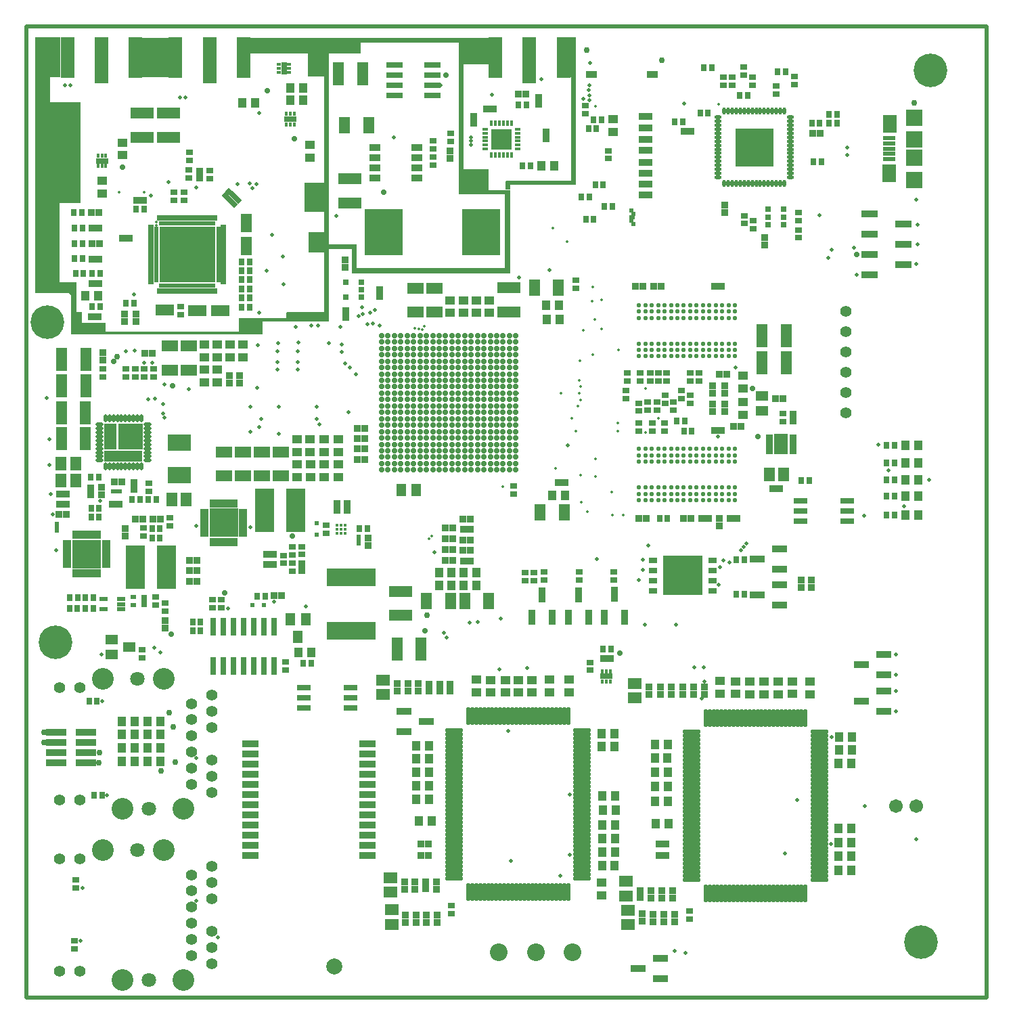
<source format=gts>
%FSLAX25Y25*%
%MOIN*%
G70*
G01*
G75*
G04 Layer_Color=8388736*
%ADD10C,0.01969*%
%ADD11C,0.01181*%
%ADD12R,0.05906X0.22047*%
%ADD13R,0.06299X0.19291*%
%ADD14R,0.02441X0.02441*%
%ADD15R,0.02559X0.02165*%
%ADD16R,0.02165X0.02559*%
%ADD17R,0.05512X0.03740*%
%ADD18R,0.02441X0.02441*%
%ADD19R,0.07087X0.04528*%
%ADD20R,0.03937X0.03543*%
%ADD21R,0.03543X0.03937*%
%ADD22R,0.04528X0.07087*%
%ADD23R,0.05709X0.04528*%
%ADD24R,0.04528X0.10630*%
%ADD25R,0.04528X0.05709*%
%ADD26R,0.10630X0.04528*%
%ADD27R,0.01654X0.01811*%
%ADD28R,0.01575X0.01575*%
%ADD29R,0.05512X0.04134*%
%ADD30R,0.08661X0.20472*%
%ADD31R,0.23622X0.07874*%
%ADD32R,0.06693X0.02795*%
%ADD33R,0.02795X0.06693*%
%ADD34R,0.01969X0.01969*%
%ADD35R,0.01969X0.01378*%
%ADD36R,0.01969X0.01969*%
%ADD37R,0.01378X0.01969*%
G04:AMPARAMS|DCode=38|XSize=13.78mil|YSize=19.69mil|CornerRadius=0mil|HoleSize=0mil|Usage=FLASHONLY|Rotation=315.000|XOffset=0mil|YOffset=0mil|HoleType=Round|Shape=Rectangle|*
%AMROTATEDRECTD38*
4,1,4,-0.01183,-0.00209,0.00209,0.01183,0.01183,0.00209,-0.00209,-0.01183,-0.01183,-0.00209,0.0*
%
%ADD38ROTATEDRECTD38*%

%ADD39P,0.02784X4X360.0*%
%ADD40R,0.06299X0.02165*%
%ADD41C,0.01378*%
%ADD42O,0.08268X0.01181*%
%ADD43O,0.01181X0.08268*%
%ADD44R,0.03347X0.01181*%
%ADD45R,0.01181X0.03347*%
%ADD46R,0.13386X0.13386*%
%ADD47R,0.03740X0.05512*%
%ADD48R,0.01575X0.00984*%
%ADD49R,0.01969X0.05512*%
%ADD50R,0.00984X0.01575*%
%ADD51R,0.05512X0.01969*%
%ADD52R,0.03543X0.01575*%
%ADD53R,0.01811X0.01654*%
%ADD54R,0.04724X0.02953*%
%ADD55O,0.02953X0.00984*%
%ADD56O,0.00984X0.02953*%
%ADD57R,0.17716X0.17716*%
%ADD58R,0.07520X0.02992*%
%ADD59R,0.00984X0.01969*%
%ADD60R,0.01969X0.00984*%
%ADD61R,0.09055X0.09055*%
%ADD62R,0.09449X0.02992*%
%ADD63C,0.05906*%
%ADD64R,0.10984X0.07559*%
%ADD65R,0.18110X0.22047*%
%ADD66R,0.04134X0.05512*%
%ADD67R,0.07284X0.02913*%
%ADD68R,0.02362X0.02362*%
%ADD69R,0.04528X0.02992*%
%ADD70C,0.00984*%
%ADD71R,0.02756X0.01181*%
%ADD72R,0.06221X0.09252*%
%ADD73O,0.03150X0.00984*%
%ADD74O,0.00984X0.03150*%
%ADD75R,0.18071X0.04370*%
%ADD76R,0.11181X0.12284*%
%ADD77R,0.05276X0.12284*%
%ADD78R,0.06299X0.08268*%
%ADD79R,0.05315X0.01575*%
%ADD80R,0.07480X0.07087*%
%ADD81R,0.01772X0.01378*%
%ADD82R,0.02362X0.07874*%
%ADD83R,0.01181X0.01181*%
%ADD84R,0.02362X0.01181*%
%ADD85R,0.07087X0.02362*%
%ADD86R,0.01772X0.01181*%
%ADD87R,0.01181X0.01772*%
%ADD88R,0.01181X0.01181*%
%ADD89R,0.26772X0.26772*%
%ADD90R,0.01575X0.01575*%
%ADD91R,0.03543X0.01772*%
%ADD92R,0.18898X0.18898*%
%ADD93C,0.03150*%
%ADD94C,0.00394*%
%ADD95C,0.01000*%
%ADD96C,0.00453*%
%ADD97C,0.01969*%
%ADD98C,0.01378*%
%ADD99C,0.03937*%
%ADD100C,0.00787*%
%ADD101C,0.00512*%
%ADD102C,0.00784*%
%ADD103C,0.00996*%
%ADD104C,0.01181*%
%ADD105R,0.09941X0.01870*%
%ADD106R,0.14075X0.03740*%
%ADD107R,0.04823X0.07776*%
%ADD108R,0.08268X0.01476*%
%ADD109R,0.12303X0.06004*%
%ADD110R,0.01181X0.00984*%
%ADD111R,0.03543X0.00787*%
%ADD112R,0.06299X0.00394*%
%ADD113R,0.31693X0.08071*%
%ADD114R,0.16535X0.19291*%
%ADD115R,0.08563X0.19291*%
%ADD116R,0.42224X0.07874*%
%ADD117R,0.03740X0.24016*%
%ADD118R,0.14370X0.08760*%
%ADD119R,0.09843X0.11122*%
%ADD120R,0.60335X0.08465*%
%ADD121R,0.05807X0.33169*%
%ADD122R,0.03740X0.41043*%
%ADD123R,0.04429X0.41240*%
%ADD124R,0.92913X0.01870*%
%ADD125R,0.02430X0.17389*%
%ADD126R,0.34449X0.01969*%
%ADD127R,0.03642X0.11417*%
%ADD128R,0.02431X0.00820*%
%ADD129R,0.04134X0.05413*%
%ADD130R,0.30413X0.06496*%
%ADD131R,0.30709X0.06299*%
%ADD132R,0.30315X0.12008*%
%ADD133R,0.40256X0.05807*%
%ADD134R,0.39961X0.06594*%
%ADD135R,0.00886X0.01280*%
%ADD136R,0.19095X0.03937*%
%ADD137R,0.27756X0.05413*%
%ADD138R,0.30315X0.06102*%
%ADD139R,0.30807X0.08268*%
%ADD140R,0.38091X0.05118*%
%ADD141R,0.38287X0.06398*%
%ADD142R,0.04232X0.02854*%
%ADD143R,0.05315X0.10728*%
%ADD144R,0.10531X0.12598*%
%ADD145R,0.07087X0.21752*%
%ADD146R,0.08465X0.02854*%
%ADD147R,0.02362X0.02264*%
%ADD148R,0.04429X0.02756*%
%ADD149R,0.11713X0.02953*%
%ADD150R,0.09843X0.04134*%
%ADD151R,0.04921X0.18504*%
%ADD152R,0.13189X0.03051*%
%ADD153R,0.06594X0.04232*%
%ADD154R,0.14075X0.03839*%
%ADD155R,0.03839X0.08661*%
%ADD156R,0.10728X0.03445*%
%ADD157R,0.02431X1.19587*%
%ADD158R,0.02264X0.05512*%
%ADD159R,0.03347X0.05315*%
%ADD160R,0.68504X0.02165*%
%ADD161R,0.02165X0.76575*%
%ADD162R,0.25098X0.01969*%
%ADD163R,0.02658X0.42618*%
%ADD164R,0.16043X0.02264*%
%ADD165R,0.02461X0.13189*%
%ADD166R,0.78150X0.02461*%
%ADD167R,0.34842X0.01969*%
%ADD168R,0.02264X0.71752*%
%ADD169R,0.11614X0.04035*%
%ADD170R,0.10925X0.14469*%
%ADD171R,0.19193X0.03051*%
%ADD172R,0.17224X0.04528*%
%ADD173R,0.05315X0.93799*%
%ADD174R,0.13386X0.08169*%
%ADD175R,0.08661X0.12402*%
%ADD176R,0.08465X0.09843*%
%ADD177R,0.09153X0.17224*%
%ADD178R,0.14764X0.11122*%
%ADD179R,0.13976X0.11319*%
%ADD180R,0.02854X0.21358*%
%ADD181R,0.15453X0.49409*%
%ADD182R,0.18996X0.06496*%
%ADD183R,0.06791X1.25492*%
%ADD184R,0.09911X0.06594*%
%ADD185C,0.15748*%
%ADD186C,0.09882*%
%ADD187C,0.06299*%
%ADD188C,0.04803*%
%ADD189C,0.07087*%
%ADD190C,0.07874*%
%ADD191C,0.00591*%
%ADD192C,0.02165*%
%ADD193C,0.01575*%
%ADD194C,0.02598*%
%ADD195C,0.04000*%
%ADD196C,0.13386*%
%ADD197C,0.10669*%
%ADD198C,0.05591*%
%ADD199C,0.05787*%
%ADD200C,0.08071*%
%ADD201C,0.02362*%
%ADD202C,0.03150*%
%ADD203C,0.02559*%
%ADD204C,0.02874*%
%ADD205C,0.00642*%
%ADD206P,0.03452X4X360.0*%
%ADD207R,0.07874X0.23622*%
%ADD208R,0.07087X0.07874*%
%ADD209C,0.00787*%
%ADD210R,0.01614X0.01299*%
%ADD211R,0.10236X0.08661*%
%ADD212R,0.00945X0.03543*%
%ADD213R,0.03543X0.00945*%
%ADD214R,0.05512X0.03937*%
%ADD215R,0.03937X0.02756*%
%ADD216R,0.01969X0.01575*%
%ADD217R,0.01378X0.05118*%
%ADD218R,0.01772X0.05118*%
%ADD219R,0.02362X0.05118*%
%ADD220R,0.08661X0.02913*%
%ADD221R,0.03347X0.01378*%
%ADD222R,0.05079X0.04882*%
%ADD223R,0.07874X0.07087*%
%ADD224R,0.02992X0.06496*%
%ADD225R,0.04724X0.03543*%
%ADD226R,0.03583X0.04803*%
%ADD227R,0.10512X0.10000*%
%ADD228R,0.03000X0.05000*%
%ADD229R,0.07480X0.05512*%
%ADD230R,0.05906X0.03150*%
%ADD231R,0.05512X0.07087*%
%ADD232R,0.01969X0.03248*%
%ADD233R,0.01969X0.01693*%
%ADD234R,0.03071X0.03425*%
%ADD235R,0.01969X0.02756*%
%ADD236R,0.03248X0.28937*%
%ADD237R,0.19193X0.05512*%
%ADD238R,0.02658X0.02953*%
%ADD239R,0.02067X0.02559*%
%ADD240R,0.29232X0.06299*%
%ADD241R,0.16965X0.06606*%
%ADD242R,0.41894X0.10102*%
%ADD243R,0.07284X0.75492*%
%ADD244R,0.02658X1.25984*%
%ADD245R,0.89173X0.01476*%
%ADD246R,0.01476X0.04626*%
%ADD247R,0.51476X0.01378*%
%ADD248R,0.02264X1.46260*%
%ADD249R,0.79823X0.01969*%
%ADD250R,0.02559X0.50984*%
%ADD251R,0.25295X0.01969*%
%ADD252R,0.02165X0.50394*%
%ADD253R,0.13878X0.02264*%
%ADD254R,0.02362X0.28051*%
%ADD255R,0.67618X0.02362*%
%ADD256R,0.34842X0.02067*%
%ADD257R,0.02165X0.73032*%
%ADD258R,0.44783X0.02756*%
%ADD259R,0.11811X0.16732*%
%ADD260R,0.12795X0.08071*%
%ADD261R,0.13681X0.20768*%
%ADD262R,0.23622X0.03740*%
%ADD263R,0.03839X0.93898*%
%ADD264R,0.14862X0.06201*%
%ADD265R,0.14764X0.09153*%
%ADD266R,0.13090X0.08366*%
%ADD267R,0.08465X0.07677*%
%ADD268R,0.13386X0.09055*%
%ADD269R,0.06102X1.26181*%
%ADD270R,0.08268X0.19193*%
%ADD271R,0.15846X0.19488*%
%ADD272R,0.41142X0.08268*%
%ADD273C,0.00984*%
%ADD274C,0.00472*%
%ADD275C,0.02362*%
%ADD276C,0.00100*%
%ADD277C,0.00700*%
%ADD278C,0.00500*%
%ADD279C,0.00591*%
%ADD280R,0.03937X1.20791*%
%ADD281R,0.14370X0.01500*%
%ADD282C,0.02769*%
%ADD283C,0.01981*%
%ADD284R,0.06706X0.22847*%
%ADD285R,0.07099X0.20091*%
%ADD286R,0.03241X0.03241*%
%ADD287R,0.03359X0.02965*%
%ADD288R,0.02965X0.03359*%
%ADD289R,0.06312X0.04540*%
%ADD290R,0.03241X0.03241*%
%ADD291R,0.07887X0.05328*%
%ADD292R,0.04737X0.04343*%
%ADD293R,0.04343X0.04737*%
%ADD294R,0.05328X0.07887*%
%ADD295R,0.06509X0.05328*%
%ADD296R,0.05328X0.11430*%
%ADD297R,0.05328X0.06509*%
%ADD298R,0.11430X0.05328*%
%ADD299R,0.02454X0.02611*%
%ADD300R,0.02375X0.02375*%
%ADD301R,0.06312X0.04934*%
%ADD302R,0.09461X0.21272*%
%ADD303R,0.24422X0.08674*%
%ADD304R,0.07493X0.03595*%
%ADD305R,0.03595X0.07493*%
%ADD306R,0.02769X0.02769*%
%ADD307R,0.02769X0.02178*%
%ADD308R,0.02769X0.02769*%
%ADD309R,0.02178X0.02769*%
G04:AMPARAMS|DCode=310|XSize=21.78mil|YSize=27.69mil|CornerRadius=0mil|HoleSize=0mil|Usage=FLASHONLY|Rotation=315.000|XOffset=0mil|YOffset=0mil|HoleType=Round|Shape=Rectangle|*
%AMROTATEDRECTD310*
4,1,4,-0.01749,-0.00209,0.00209,0.01749,0.01749,0.00209,-0.00209,-0.01749,-0.01749,-0.00209,0.0*
%
%ADD310ROTATEDRECTD310*%

%ADD311P,0.03915X4X360.0*%
%ADD312R,0.07099X0.02965*%
%ADD313C,0.02178*%
%ADD314O,0.09068X0.01981*%
%ADD315O,0.01981X0.09068*%
%ADD316R,0.04147X0.01981*%
%ADD317R,0.01981X0.04147*%
%ADD318R,0.14186X0.14186*%
%ADD319R,0.04540X0.06312*%
%ADD320R,0.02375X0.01784*%
%ADD321R,0.02769X0.06312*%
%ADD322R,0.01784X0.02375*%
%ADD323R,0.06312X0.02769*%
%ADD324R,0.04343X0.02375*%
%ADD325R,0.02611X0.02454*%
%ADD326R,0.05524X0.03753*%
%ADD327O,0.03753X0.01784*%
%ADD328O,0.01784X0.03753*%
%ADD329R,0.18517X0.18517*%
%ADD330R,0.08320X0.03792*%
%ADD331R,0.01784X0.02769*%
%ADD332R,0.02769X0.01784*%
%ADD333R,0.09855X0.09855*%
%ADD334R,0.10249X0.03792*%
%ADD335C,0.06706*%
%ADD336R,0.11784X0.08359*%
%ADD337R,0.18910X0.22847*%
%ADD338R,0.04934X0.06312*%
%ADD339R,0.08083X0.03713*%
%ADD340R,0.03162X0.03162*%
%ADD341R,0.05328X0.03792*%
%ADD342C,0.01784*%
%ADD343R,0.03556X0.01981*%
%ADD344R,0.07021X0.10052*%
%ADD345O,0.03950X0.01784*%
%ADD346O,0.01784X0.03950*%
%ADD347R,0.18871X0.05170*%
%ADD348R,0.11981X0.13084*%
%ADD349R,0.06076X0.13084*%
%ADD350R,0.07099X0.09068*%
%ADD351R,0.06115X0.02375*%
%ADD352R,0.08280X0.07887*%
%ADD353R,0.02572X0.02178*%
%ADD354R,0.03162X0.08674*%
%ADD355R,0.01981X0.01981*%
%ADD356R,0.03162X0.01981*%
%ADD357R,0.07887X0.03162*%
%ADD358R,0.02572X0.01981*%
%ADD359R,0.01981X0.02572*%
%ADD360R,0.01981X0.01981*%
%ADD361R,0.27572X0.27572*%
%ADD362R,0.02375X0.02375*%
%ADD363R,0.04343X0.02572*%
%ADD364R,0.19698X0.19698*%
%ADD365C,0.16548*%
%ADD366C,0.10682*%
%ADD367C,0.07099*%
%ADD368C,0.05603*%
%ADD369C,0.07887*%
%ADD370C,0.08674*%
%ADD371C,0.01391*%
%ADD372C,0.02965*%
%ADD373C,0.02375*%
G36*
X266240Y395276D02*
X233760D01*
Y393012D01*
X233563Y392815D01*
Y392815D01*
X233563Y392815D01*
X231398D01*
Y397047D01*
X231398Y397047D01*
X231398D01*
X231693Y397342D01*
X263976D01*
Y448130D01*
X263583Y448524D01*
Y467913D01*
X266240D01*
Y395276D01*
D02*
G37*
G36*
X65354Y467421D02*
X65453Y467323D01*
Y448130D01*
X52698D01*
X52658Y448228D01*
X52658D01*
X52658Y448228D01*
Y467421D01*
Y467520D01*
X65256D01*
X65354Y467421D01*
D02*
G37*
G36*
X12205Y448327D02*
X12205Y448327D01*
X12205Y448327D01*
X12164Y448228D01*
X7185D01*
Y435728D01*
X22244D01*
Y386221D01*
X11713D01*
Y347539D01*
X11811Y347441D01*
X11909Y347342D01*
X20177D01*
Y332874D01*
X19980Y332677D01*
X22933D01*
X22933Y327264D01*
X22835Y327165D01*
X22933Y327067D01*
X23130Y327067D01*
D01*
X23130Y327067D01*
D01*
X23130D01*
Y327067D01*
D01*
D01*
D01*
X34547D01*
Y323130D01*
X34449Y323031D01*
X100197D01*
Y329429D01*
X100394Y329626D01*
X123524D01*
Y332382D01*
X123721Y332579D01*
X142028D01*
Y362008D01*
X134449D01*
Y371555D01*
X134547Y371654D01*
X134646Y371752D01*
X142028D01*
Y381988D01*
X132382D01*
Y396260D01*
X132480Y396358D01*
X142028D01*
Y396358D01*
X142028Y448327D01*
X142126Y448425D01*
X142028Y448524D01*
X141831Y448524D01*
X141831Y448524D01*
D01*
D01*
D01*
X141831D01*
D01*
Y448524D01*
D01*
D01*
D01*
X134252D01*
Y459744D01*
X105905D01*
Y467520D01*
X223228D01*
X223425Y467323D01*
Y454528D01*
X210925D01*
X210728Y454724D01*
Y402854D01*
X223130D01*
X223228Y402756D01*
Y392717D01*
X233661D01*
X233760Y392618D01*
X233858Y392520D01*
Y351673D01*
X156004D01*
X155807Y351870D01*
X155807D01*
X155807Y351870D01*
Y363681D01*
X144587D01*
X144587Y363681D01*
X144587Y363681D01*
X144488Y363722D01*
Y328051D01*
X144488Y328051D01*
X144488Y328051D01*
X144407Y327854D01*
X111713D01*
Y321538D01*
X111516Y321457D01*
Y321457D01*
X111516Y321457D01*
X17421D01*
Y340748D01*
X16929Y341240D01*
X16437Y341732D01*
X-98D01*
Y467815D01*
X12205D01*
Y448327D01*
D02*
G37*
%LPC*%
G36*
X208563Y465354D02*
X208465Y465256D01*
X160138D01*
Y459744D01*
X144488D01*
Y365945D01*
X158268D01*
Y354232D01*
X231299D01*
Y390650D01*
X208661D01*
X208563Y390748D01*
Y441437D01*
Y465354D01*
D02*
G37*
%LPD*%
D97*
X-4626Y468602D02*
Y473228D01*
X468602D01*
Y-5118D02*
Y473228D01*
X-4626Y-5118D02*
X468602D01*
X-4626D02*
Y468602D01*
D282*
X38583Y308268D02*
D03*
X66732Y173819D02*
D03*
X287795Y164567D02*
D03*
X127362Y417913D02*
D03*
X67618Y296358D02*
D03*
X355709Y271358D02*
D03*
X353051Y294882D02*
D03*
X126476Y222342D02*
D03*
X191831Y175492D02*
D03*
X93110Y194193D02*
D03*
X202165Y449213D02*
D03*
X114075Y441634D02*
D03*
X42815Y403839D02*
D03*
X171358Y391634D02*
D03*
X404626Y360945D02*
D03*
X173638Y254780D02*
D03*
X170488Y257929D02*
D03*
Y254780D02*
D03*
X173638Y257929D02*
D03*
X176787Y254780D02*
D03*
X173638Y261079D02*
D03*
X176787D02*
D03*
X170488Y264229D02*
D03*
Y261079D02*
D03*
Y270528D02*
D03*
Y267378D02*
D03*
X173638D02*
D03*
Y264229D02*
D03*
Y270528D02*
D03*
X176787Y267378D02*
D03*
Y257929D02*
D03*
X179937Y254780D02*
D03*
Y261079D02*
D03*
Y257929D02*
D03*
X183087D02*
D03*
Y254780D02*
D03*
Y261079D02*
D03*
X186236Y257929D02*
D03*
X176787Y264229D02*
D03*
X179937D02*
D03*
X176787Y270528D02*
D03*
X179937Y267378D02*
D03*
X183087Y264229D02*
D03*
X186236Y261079D02*
D03*
X183087Y267378D02*
D03*
X186236D02*
D03*
X170488Y273677D02*
D03*
X173638D02*
D03*
X170488Y276827D02*
D03*
X176787Y273677D02*
D03*
X170488Y279977D02*
D03*
X173638Y276827D02*
D03*
X170488Y286276D02*
D03*
Y283126D02*
D03*
X173638Y279977D02*
D03*
X176787Y276827D02*
D03*
X173638Y283126D02*
D03*
X176787Y279977D02*
D03*
X179937Y273677D02*
D03*
Y270528D02*
D03*
Y279977D02*
D03*
Y276827D02*
D03*
X183087Y273677D02*
D03*
Y270528D02*
D03*
Y276827D02*
D03*
X186236Y273677D02*
D03*
X179937Y283126D02*
D03*
X183087Y279977D02*
D03*
X176787Y283126D02*
D03*
X179937Y286276D02*
D03*
X183087Y283126D02*
D03*
X186236D02*
D03*
X183087Y286276D02*
D03*
X186236D02*
D03*
Y254780D02*
D03*
X189386Y257929D02*
D03*
Y254780D02*
D03*
X192535D02*
D03*
X186236Y264229D02*
D03*
X189386Y261079D02*
D03*
Y270528D02*
D03*
Y264229D02*
D03*
X192535Y261079D02*
D03*
Y257929D02*
D03*
X189386Y267378D02*
D03*
X192535Y264229D02*
D03*
X195685Y257929D02*
D03*
Y254780D02*
D03*
Y261079D02*
D03*
X198835D02*
D03*
Y254780D02*
D03*
X201984D02*
D03*
X198835Y257929D02*
D03*
X201984D02*
D03*
X195685Y264229D02*
D03*
X198835D02*
D03*
X192535Y267378D02*
D03*
X195685D02*
D03*
X201984Y264229D02*
D03*
Y261079D02*
D03*
X198835Y267378D02*
D03*
X201984D02*
D03*
X186236Y270528D02*
D03*
X189386Y273677D02*
D03*
X186236Y276827D02*
D03*
X189386D02*
D03*
X192535Y273677D02*
D03*
Y270528D02*
D03*
Y276827D02*
D03*
X186236Y279977D02*
D03*
X189386D02*
D03*
Y286276D02*
D03*
Y283126D02*
D03*
X192535Y279977D02*
D03*
X195685Y276827D02*
D03*
X192535Y286276D02*
D03*
Y283126D02*
D03*
X195685Y270528D02*
D03*
X198835D02*
D03*
X195685Y273677D02*
D03*
X198835D02*
D03*
X201984D02*
D03*
Y270528D02*
D03*
X198835Y276827D02*
D03*
X201984D02*
D03*
X195685Y279977D02*
D03*
X198835D02*
D03*
X195685Y286276D02*
D03*
Y283126D02*
D03*
X198835D02*
D03*
X201984Y279977D02*
D03*
X198835Y286276D02*
D03*
X201984Y283126D02*
D03*
X173638Y286276D02*
D03*
X170488Y292575D02*
D03*
Y289425D02*
D03*
X173638Y292575D02*
D03*
Y289425D02*
D03*
Y295725D02*
D03*
X176787Y292575D02*
D03*
X170488Y298874D02*
D03*
Y295725D02*
D03*
Y302024D02*
D03*
X173638Y298874D02*
D03*
Y302024D02*
D03*
X176787Y295725D02*
D03*
X173638Y305173D02*
D03*
X176787Y302024D02*
D03*
Y289425D02*
D03*
Y286276D02*
D03*
X179937Y292575D02*
D03*
Y289425D02*
D03*
X183087Y292575D02*
D03*
Y289425D02*
D03*
X186236Y295725D02*
D03*
Y292575D02*
D03*
X176787Y298874D02*
D03*
X179937Y295725D02*
D03*
Y302024D02*
D03*
Y298874D02*
D03*
X183087D02*
D03*
Y295725D02*
D03*
Y302024D02*
D03*
X186236D02*
D03*
X170488Y308323D02*
D03*
Y305173D02*
D03*
Y311473D02*
D03*
X173638D02*
D03*
Y308323D02*
D03*
X176787Y305173D02*
D03*
Y311473D02*
D03*
Y308323D02*
D03*
X170488Y317772D02*
D03*
Y314622D02*
D03*
Y320921D02*
D03*
X173638Y317772D02*
D03*
Y314622D02*
D03*
X176787Y317772D02*
D03*
X173638Y320921D02*
D03*
X176787D02*
D03*
X179937Y308323D02*
D03*
Y305173D02*
D03*
X176787Y314622D02*
D03*
X179937Y311473D02*
D03*
X183087Y308323D02*
D03*
Y305173D02*
D03*
Y311473D02*
D03*
X186236D02*
D03*
X179937Y317772D02*
D03*
Y314622D02*
D03*
Y320921D02*
D03*
X183087Y317772D02*
D03*
Y314622D02*
D03*
X186236Y317772D02*
D03*
X183087Y320921D02*
D03*
X186236D02*
D03*
Y289425D02*
D03*
X189386Y292575D02*
D03*
Y289425D02*
D03*
X192535Y292575D02*
D03*
Y289425D02*
D03*
X189386Y295725D02*
D03*
X192535D02*
D03*
X186236Y298874D02*
D03*
X189386Y302024D02*
D03*
X186236Y305173D02*
D03*
X189386D02*
D03*
Y298874D02*
D03*
X192535D02*
D03*
Y305173D02*
D03*
Y302024D02*
D03*
X195685Y289425D02*
D03*
X198835D02*
D03*
X195685Y295725D02*
D03*
Y292575D02*
D03*
X198835D02*
D03*
X201984Y289425D02*
D03*
X198835Y295725D02*
D03*
X201984Y292575D02*
D03*
X195685Y298874D02*
D03*
X198835D02*
D03*
X195685Y302024D02*
D03*
X198835D02*
D03*
X201984Y298874D02*
D03*
Y295725D02*
D03*
X198835Y305173D02*
D03*
X201984Y302024D02*
D03*
X186236Y308323D02*
D03*
X189386D02*
D03*
Y314622D02*
D03*
Y311473D02*
D03*
X192535D02*
D03*
Y308323D02*
D03*
Y314622D02*
D03*
X195685Y311473D02*
D03*
X186236Y314622D02*
D03*
X189386Y317772D02*
D03*
Y320921D02*
D03*
X192535Y317772D02*
D03*
Y320921D02*
D03*
X195685Y308323D02*
D03*
Y305173D02*
D03*
Y314622D02*
D03*
X198835Y308323D02*
D03*
X201984D02*
D03*
Y305173D02*
D03*
X198835Y311473D02*
D03*
X201984D02*
D03*
X195685Y317772D02*
D03*
X198835Y314622D02*
D03*
X195685Y320921D02*
D03*
X198835Y317772D02*
D03*
X201984D02*
D03*
Y314622D02*
D03*
X198835Y320921D02*
D03*
X201984D02*
D03*
X208283Y254780D02*
D03*
X205134Y257929D02*
D03*
Y254780D02*
D03*
X208283Y257929D02*
D03*
X211433Y254780D02*
D03*
Y261079D02*
D03*
Y257929D02*
D03*
X205134Y261079D02*
D03*
X208283D02*
D03*
X205134Y267378D02*
D03*
Y264229D02*
D03*
X208283Y267378D02*
D03*
Y264229D02*
D03*
X211433Y270528D02*
D03*
Y267378D02*
D03*
X214583Y254780D02*
D03*
X217732D02*
D03*
X214583Y261079D02*
D03*
Y257929D02*
D03*
X217732D02*
D03*
X220882Y254780D02*
D03*
X217732Y261079D02*
D03*
X220882D02*
D03*
X211433Y264229D02*
D03*
X214583D02*
D03*
Y267378D02*
D03*
X217732Y270528D02*
D03*
Y264229D02*
D03*
X220882D02*
D03*
X217732Y267378D02*
D03*
X220882D02*
D03*
X205134Y270528D02*
D03*
Y276827D02*
D03*
Y273677D02*
D03*
X208283D02*
D03*
Y270528D02*
D03*
X211433Y276827D02*
D03*
Y273677D02*
D03*
X205134Y283126D02*
D03*
Y279977D02*
D03*
X201984Y286276D02*
D03*
X205134D02*
D03*
X208283Y279977D02*
D03*
Y276827D02*
D03*
Y283126D02*
D03*
X211433D02*
D03*
X214583Y273677D02*
D03*
Y270528D02*
D03*
X211433Y279977D02*
D03*
X214583Y276827D02*
D03*
X217732D02*
D03*
Y273677D02*
D03*
X214583Y279977D02*
D03*
X220882Y276827D02*
D03*
X214583Y283126D02*
D03*
X217732Y279977D02*
D03*
X211433Y286276D02*
D03*
X217732Y283126D02*
D03*
X220882D02*
D03*
Y279977D02*
D03*
X217732Y286276D02*
D03*
X220882D02*
D03*
X224031Y254780D02*
D03*
X220882Y257929D02*
D03*
X224031D02*
D03*
X227181Y254780D02*
D03*
X230331D02*
D03*
X227181Y257929D02*
D03*
X230331D02*
D03*
X224031Y264229D02*
D03*
Y261079D02*
D03*
X220882Y270528D02*
D03*
X224031Y267378D02*
D03*
X227181Y264229D02*
D03*
Y261079D02*
D03*
Y267378D02*
D03*
X230331Y270528D02*
D03*
X233480Y254780D02*
D03*
X236630D02*
D03*
X230331Y261079D02*
D03*
X233480Y257929D02*
D03*
X236630D02*
D03*
X230331Y264229D02*
D03*
X233480Y261079D02*
D03*
X230331Y267378D02*
D03*
X233480Y264229D02*
D03*
X236630D02*
D03*
Y261079D02*
D03*
X233480Y267378D02*
D03*
X236630D02*
D03*
X220882Y273677D02*
D03*
X224031Y270528D02*
D03*
Y276827D02*
D03*
Y273677D02*
D03*
X227181D02*
D03*
Y270528D02*
D03*
Y276827D02*
D03*
X230331Y273677D02*
D03*
X224031Y279977D02*
D03*
X227181D02*
D03*
X224031Y286276D02*
D03*
Y283126D02*
D03*
X230331Y279977D02*
D03*
Y276827D02*
D03*
X227181Y286276D02*
D03*
Y283126D02*
D03*
X233480Y270528D02*
D03*
X236630D02*
D03*
X233480Y273677D02*
D03*
X236630Y276827D02*
D03*
Y273677D02*
D03*
X233480Y279977D02*
D03*
Y276827D02*
D03*
X230331Y283126D02*
D03*
X233480D02*
D03*
X236630D02*
D03*
Y279977D02*
D03*
X233480Y286276D02*
D03*
X236630D02*
D03*
X205134Y289425D02*
D03*
X208283D02*
D03*
Y286276D02*
D03*
X205134Y292575D02*
D03*
X211433D02*
D03*
X205134Y298874D02*
D03*
Y295725D02*
D03*
Y302024D02*
D03*
X208283Y305173D02*
D03*
Y295725D02*
D03*
Y292575D02*
D03*
Y302024D02*
D03*
Y298874D02*
D03*
X211433Y289425D02*
D03*
X214583Y286276D02*
D03*
Y292575D02*
D03*
Y289425D02*
D03*
X217732Y292575D02*
D03*
Y289425D02*
D03*
X214583Y295725D02*
D03*
X217732D02*
D03*
X211433Y298874D02*
D03*
Y295725D02*
D03*
Y302024D02*
D03*
X214583Y305173D02*
D03*
Y298874D02*
D03*
X217732D02*
D03*
X214583Y302024D02*
D03*
X217732D02*
D03*
X205134Y308323D02*
D03*
Y305173D02*
D03*
Y311473D02*
D03*
X208283Y308323D02*
D03*
X211433D02*
D03*
Y305173D02*
D03*
X208283Y311473D02*
D03*
X211433D02*
D03*
X205134Y314622D02*
D03*
X208283D02*
D03*
X205134Y320921D02*
D03*
Y317772D02*
D03*
X208283D02*
D03*
X211433Y314622D02*
D03*
X208283Y320921D02*
D03*
X211433D02*
D03*
X214583Y308323D02*
D03*
X217732Y305173D02*
D03*
X214583Y314622D02*
D03*
Y311473D02*
D03*
X217732D02*
D03*
Y308323D02*
D03*
Y314622D02*
D03*
X220882Y311473D02*
D03*
X211433Y317772D02*
D03*
X214583D02*
D03*
Y320921D02*
D03*
X217732Y317772D02*
D03*
X220882D02*
D03*
Y314622D02*
D03*
X217732Y320921D02*
D03*
X220882D02*
D03*
Y289425D02*
D03*
Y295725D02*
D03*
Y292575D02*
D03*
X224031Y289425D02*
D03*
X227181D02*
D03*
X224031Y292575D02*
D03*
X227181D02*
D03*
X224031Y298874D02*
D03*
Y295725D02*
D03*
X220882Y302024D02*
D03*
Y298874D02*
D03*
X227181D02*
D03*
Y295725D02*
D03*
X224031Y302024D02*
D03*
X227181D02*
D03*
X230331Y289425D02*
D03*
Y286276D02*
D03*
Y292575D02*
D03*
X233480Y289425D02*
D03*
Y292575D02*
D03*
X236630Y289425D02*
D03*
Y295725D02*
D03*
Y292575D02*
D03*
X230331Y298874D02*
D03*
Y295725D02*
D03*
Y302024D02*
D03*
X233480Y298874D02*
D03*
Y295725D02*
D03*
X236630Y298874D02*
D03*
X233480Y302024D02*
D03*
X236630D02*
D03*
X220882Y305173D02*
D03*
X224031D02*
D03*
X220882Y308323D02*
D03*
X224031D02*
D03*
X227181D02*
D03*
Y305173D02*
D03*
X224031Y311473D02*
D03*
X230331D02*
D03*
X224031Y314622D02*
D03*
X227181Y311473D02*
D03*
X224031Y320921D02*
D03*
Y317772D02*
D03*
X227181D02*
D03*
Y314622D02*
D03*
Y320921D02*
D03*
X230331Y317772D02*
D03*
Y305173D02*
D03*
X233480D02*
D03*
X230331Y308323D02*
D03*
X233480Y311473D02*
D03*
Y308323D02*
D03*
X236630Y305173D02*
D03*
Y311473D02*
D03*
Y308323D02*
D03*
X230331Y314622D02*
D03*
X233480D02*
D03*
X230331Y320921D02*
D03*
X233480Y317772D02*
D03*
X236630D02*
D03*
Y314622D02*
D03*
X233480Y320921D02*
D03*
X236630D02*
D03*
X35433Y261457D02*
D03*
X39370D02*
D03*
X36909Y266083D02*
D03*
Y271201D02*
D03*
Y276319D02*
D03*
X42224Y271201D02*
D03*
X47244Y261457D02*
D03*
X43307D02*
D03*
X51181D02*
D03*
X46752Y266083D02*
D03*
X46752Y276319D02*
D03*
Y271201D02*
D03*
X51279Y271201D02*
D03*
D283*
X390650Y359252D02*
D03*
X263090Y65354D02*
D03*
X415256Y267126D02*
D03*
X348819Y216732D02*
D03*
X350295Y218406D02*
D03*
X347441Y215256D02*
D03*
X427854Y236910D02*
D03*
X420079Y254429D02*
D03*
X440158Y249803D02*
D03*
X391732Y70669D02*
D03*
X23228Y49016D02*
D03*
X22047Y22736D02*
D03*
X32776Y140748D02*
D03*
X35335Y94587D02*
D03*
X260236Y452949D02*
D03*
X216531Y457870D02*
D03*
X408563Y89075D02*
D03*
X433858Y387992D02*
D03*
X433957Y73032D02*
D03*
X199646Y444153D02*
D03*
X58563Y457870D02*
D03*
X89862Y24409D02*
D03*
X79137Y42719D02*
D03*
X108169Y462598D02*
D03*
X9843Y452559D02*
D03*
X110039Y332185D02*
D03*
X138484Y285925D02*
D03*
X154232Y283268D02*
D03*
X159252Y330709D02*
D03*
X167028Y333465D02*
D03*
X150295Y325295D02*
D03*
X128051Y325197D02*
D03*
X109350Y316142D02*
D03*
X301870Y217717D02*
D03*
X276476Y210827D02*
D03*
X315354Y178445D02*
D03*
X300295D02*
D03*
X329134Y157480D02*
D03*
X324410D02*
D03*
X242323Y157087D02*
D03*
X228445Y156398D02*
D03*
X217815Y179823D02*
D03*
X213681Y179626D02*
D03*
X202362Y172146D02*
D03*
X79035Y393996D02*
D03*
X106890Y393602D02*
D03*
X65551Y396555D02*
D03*
X122047Y346260D02*
D03*
X113976Y352756D02*
D03*
X157874Y301772D02*
D03*
X119882Y285728D02*
D03*
X105709Y285827D02*
D03*
X139075Y325984D02*
D03*
X135728Y325984D02*
D03*
X163386Y326476D02*
D03*
X144390Y317224D02*
D03*
X150984Y312992D02*
D03*
X150886Y316634D02*
D03*
X154921Y305217D02*
D03*
X152559Y307185D02*
D03*
X110335Y275886D02*
D03*
X139961Y277264D02*
D03*
X138583Y279823D02*
D03*
X111221D02*
D03*
X109153Y295374D02*
D03*
X129232Y304331D02*
D03*
X119291D02*
D03*
X129232Y307874D02*
D03*
X119291Y307776D02*
D03*
Y313091D02*
D03*
X129331Y313090D02*
D03*
X119390Y317323D02*
D03*
X121850Y359744D02*
D03*
X201279Y174705D02*
D03*
X253248Y353248D02*
D03*
X71063Y438307D02*
D03*
X14370Y444291D02*
D03*
X99410Y395669D02*
D03*
X108858Y395472D02*
D03*
X105610Y395768D02*
D03*
X116535Y370472D02*
D03*
X129528Y317618D02*
D03*
X73701Y438307D02*
D03*
X17323Y444291D02*
D03*
X58563Y167126D02*
D03*
X61614Y164862D02*
D03*
X32579Y163878D02*
D03*
X269685Y437697D02*
D03*
X110039Y430610D02*
D03*
X337303Y206988D02*
D03*
X336614Y198327D02*
D03*
X105807Y226575D02*
D03*
X79232Y227067D02*
D03*
X404665Y350945D02*
D03*
X433760Y356201D02*
D03*
X434449Y365748D02*
D03*
X392028Y363189D02*
D03*
X434646Y375492D02*
D03*
X403150Y364075D02*
D03*
X399803Y409842D02*
D03*
Y413681D02*
D03*
X133071Y187500D02*
D03*
X94784Y186516D02*
D03*
X117618Y189961D02*
D03*
X338858Y210354D02*
D03*
X299016Y205610D02*
D03*
X297047Y200492D02*
D03*
X299016Y210433D02*
D03*
X57382Y307481D02*
D03*
X53347Y307677D02*
D03*
X214665Y414764D02*
D03*
X214567Y416732D02*
D03*
Y418701D02*
D03*
X44390Y313386D02*
D03*
X48917Y313484D02*
D03*
X263289Y94865D02*
D03*
X106004Y273622D02*
D03*
X262205Y267028D02*
D03*
X336319Y271358D02*
D03*
X344882Y305217D02*
D03*
X386122Y380216D02*
D03*
X234055Y62285D02*
D03*
X258366Y54823D02*
D03*
X314862Y18012D02*
D03*
X369193Y65945D02*
D03*
X423799Y145945D02*
D03*
X423898Y135945D02*
D03*
X392126Y123228D02*
D03*
X55512Y289469D02*
D03*
X58858Y289961D02*
D03*
X63386Y297047D02*
D03*
X62795Y287205D02*
D03*
X320177Y16929D02*
D03*
X160925Y334842D02*
D03*
X148327Y379921D02*
D03*
X229134Y181496D02*
D03*
X232874Y126083D02*
D03*
X272736Y439370D02*
D03*
X272638Y441732D02*
D03*
X56988Y389764D02*
D03*
X62992Y282579D02*
D03*
X161319Y331693D02*
D03*
X166240Y326772D02*
D03*
X273031Y455217D02*
D03*
X63386Y280512D02*
D03*
X169390Y325984D02*
D03*
X164961Y332283D02*
D03*
X272835Y444095D02*
D03*
X79137Y112900D02*
D03*
X5610Y290059D02*
D03*
X7382Y242913D02*
D03*
X31988Y239469D02*
D03*
X8366Y232776D02*
D03*
X119882Y272441D02*
D03*
X238189Y349410D02*
D03*
X319390Y435138D02*
D03*
X423898Y163858D02*
D03*
X423740Y153858D02*
D03*
X272835Y436811D02*
D03*
X6988Y269980D02*
D03*
X196590Y214110D02*
D03*
X408169Y232382D02*
D03*
X6791Y257087D02*
D03*
X329429Y150492D02*
D03*
X328051Y142323D02*
D03*
X375295Y92323D02*
D03*
X75590Y294390D02*
D03*
X10236Y215354D02*
D03*
X176673Y418701D02*
D03*
X341762Y209302D02*
D03*
X249114Y447146D02*
D03*
X225000Y439665D02*
D03*
X48622Y341142D02*
D03*
D284*
X85728Y456492D02*
D03*
X243307Y456394D02*
D03*
X32480Y456492D02*
D03*
D285*
X68996Y457870D02*
D03*
X102461D02*
D03*
X226575Y457772D02*
D03*
X260039D02*
D03*
X15748Y457870D02*
D03*
X49213D02*
D03*
D286*
X382283Y196949D02*
D03*
Y200492D02*
D03*
X80807Y398425D02*
D03*
Y401969D02*
D03*
X100394Y297638D02*
D03*
Y301181D02*
D03*
X95374Y297638D02*
D03*
Y301181D02*
D03*
X336910Y227264D02*
D03*
Y230807D02*
D03*
X339469Y283563D02*
D03*
Y287106D02*
D03*
X333662Y283563D02*
D03*
Y287106D02*
D03*
X339469Y292520D02*
D03*
Y296063D02*
D03*
X333662Y292520D02*
D03*
Y296063D02*
D03*
X204331Y145768D02*
D03*
Y149311D02*
D03*
X199114Y145768D02*
D03*
Y149311D02*
D03*
X193898Y145768D02*
D03*
Y149311D02*
D03*
X188583Y145866D02*
D03*
Y149409D02*
D03*
X183366Y145866D02*
D03*
Y149409D02*
D03*
X178051Y145965D02*
D03*
Y149508D02*
D03*
X182283Y31988D02*
D03*
Y35532D02*
D03*
X187500Y31988D02*
D03*
Y35532D02*
D03*
X192618Y31890D02*
D03*
Y35433D02*
D03*
X197772Y31929D02*
D03*
Y35472D02*
D03*
X197441Y48327D02*
D03*
Y51870D02*
D03*
X192126Y48425D02*
D03*
Y51969D02*
D03*
X186957Y48386D02*
D03*
Y51929D02*
D03*
X181693Y48327D02*
D03*
Y51870D02*
D03*
X302327Y144236D02*
D03*
Y147780D02*
D03*
X307677Y144291D02*
D03*
Y147835D02*
D03*
X313091Y144291D02*
D03*
Y147835D02*
D03*
X318701Y144291D02*
D03*
Y147835D02*
D03*
X324213Y144291D02*
D03*
Y147835D02*
D03*
X329429Y144291D02*
D03*
Y147835D02*
D03*
X298862Y32524D02*
D03*
Y36067D02*
D03*
X304232Y32382D02*
D03*
Y35925D02*
D03*
X309646Y32382D02*
D03*
Y35925D02*
D03*
X314961Y32382D02*
D03*
Y35925D02*
D03*
X313921Y43953D02*
D03*
Y47496D02*
D03*
X308465Y43996D02*
D03*
Y47539D02*
D03*
X303248Y43996D02*
D03*
Y47539D02*
D03*
X297933Y44095D02*
D03*
Y47638D02*
D03*
X215945Y425394D02*
D03*
Y428937D02*
D03*
X247736Y434744D02*
D03*
Y438287D02*
D03*
X251476Y417815D02*
D03*
Y421358D02*
D03*
X33071Y308957D02*
D03*
Y312500D02*
D03*
X48622Y245177D02*
D03*
Y248720D02*
D03*
X32382Y242520D02*
D03*
Y246063D02*
D03*
X27067Y242421D02*
D03*
Y245965D02*
D03*
X44094Y222343D02*
D03*
Y225886D02*
D03*
X131102Y205118D02*
D03*
Y208661D02*
D03*
X148524Y234843D02*
D03*
Y238386D02*
D03*
X153543Y234843D02*
D03*
Y238386D02*
D03*
X163976Y217618D02*
D03*
Y221161D02*
D03*
X373228Y278740D02*
D03*
Y282283D02*
D03*
X63681Y176969D02*
D03*
Y180512D02*
D03*
X204331Y408268D02*
D03*
Y411811D02*
D03*
X43996Y327953D02*
D03*
Y331496D02*
D03*
X49508Y327953D02*
D03*
Y331496D02*
D03*
X169390Y340059D02*
D03*
Y343602D02*
D03*
X152657Y354528D02*
D03*
Y358071D02*
D03*
X152854Y329725D02*
D03*
Y333268D02*
D03*
X339567Y381693D02*
D03*
Y385236D02*
D03*
X359154Y365650D02*
D03*
Y369193D02*
D03*
X377091Y196980D02*
D03*
Y200523D02*
D03*
D287*
X59153Y188386D02*
D03*
Y192323D02*
D03*
X52362Y162205D02*
D03*
Y166142D02*
D03*
X85925Y398229D02*
D03*
Y402166D02*
D03*
X75492Y398524D02*
D03*
Y402461D02*
D03*
X75689Y407185D02*
D03*
Y411122D02*
D03*
X68307Y387500D02*
D03*
Y391437D02*
D03*
X71654Y331201D02*
D03*
Y335138D02*
D03*
X58071Y300492D02*
D03*
Y304429D02*
D03*
X44587Y300492D02*
D03*
Y304429D02*
D03*
X53543Y300492D02*
D03*
Y304429D02*
D03*
X49016Y300492D02*
D03*
Y304429D02*
D03*
X73130Y387500D02*
D03*
Y391437D02*
D03*
X266339Y344291D02*
D03*
Y348228D02*
D03*
X282087Y408071D02*
D03*
Y412008D02*
D03*
X270866Y430216D02*
D03*
Y434153D02*
D03*
X310039Y287697D02*
D03*
Y291634D02*
D03*
X309941Y273917D02*
D03*
Y277854D02*
D03*
X306791Y298524D02*
D03*
Y302461D02*
D03*
X297244Y273917D02*
D03*
Y277854D02*
D03*
X297933Y298524D02*
D03*
Y302461D02*
D03*
X306102Y284252D02*
D03*
Y288189D02*
D03*
X297244Y283760D02*
D03*
Y287697D02*
D03*
X314075Y284154D02*
D03*
Y288091D02*
D03*
X290846Y289862D02*
D03*
Y293799D02*
D03*
X291535Y298523D02*
D03*
Y302461D02*
D03*
X302953Y298524D02*
D03*
Y302461D02*
D03*
X303740Y273917D02*
D03*
Y277854D02*
D03*
X310728Y298524D02*
D03*
Y302461D02*
D03*
X301673Y284252D02*
D03*
Y288189D02*
D03*
X318209Y289961D02*
D03*
Y293898D02*
D03*
X322539Y298524D02*
D03*
Y302461D02*
D03*
X322441Y287500D02*
D03*
Y291437D02*
D03*
X326870Y298524D02*
D03*
Y302461D02*
D03*
X204921Y36122D02*
D03*
Y40059D02*
D03*
X322244Y33465D02*
D03*
Y37402D02*
D03*
X33268Y300492D02*
D03*
Y304429D02*
D03*
X55807Y244291D02*
D03*
Y248228D02*
D03*
X53248Y222146D02*
D03*
Y226083D02*
D03*
X66043Y227264D02*
D03*
Y231201D02*
D03*
X126476Y212795D02*
D03*
Y216732D02*
D03*
X122146Y208760D02*
D03*
Y212697D02*
D03*
X131102Y213091D02*
D03*
Y217028D02*
D03*
X126476Y204823D02*
D03*
Y208760D02*
D03*
X143110Y223622D02*
D03*
Y227559D02*
D03*
X368110Y278642D02*
D03*
Y282579D02*
D03*
X123228Y156201D02*
D03*
Y160138D02*
D03*
X87106Y186811D02*
D03*
Y190748D02*
D03*
X63976Y185236D02*
D03*
Y189173D02*
D03*
X91535Y186811D02*
D03*
Y190748D02*
D03*
X273130Y156103D02*
D03*
Y160039D02*
D03*
X195866Y412795D02*
D03*
Y416732D02*
D03*
X195910Y404925D02*
D03*
Y408862D02*
D03*
X204378Y416540D02*
D03*
Y420477D02*
D03*
X235531Y243012D02*
D03*
Y246949D02*
D03*
X245571Y200295D02*
D03*
Y204232D02*
D03*
X250394Y200492D02*
D03*
Y204429D02*
D03*
X267913Y200590D02*
D03*
Y204527D02*
D03*
X241043Y200295D02*
D03*
Y204232D02*
D03*
X284842Y200590D02*
D03*
Y204527D02*
D03*
X364764Y439961D02*
D03*
Y443898D02*
D03*
X373819Y444488D02*
D03*
Y448425D02*
D03*
X338878Y444193D02*
D03*
Y448130D02*
D03*
X353051Y444291D02*
D03*
Y448228D02*
D03*
X343209Y444193D02*
D03*
Y448130D02*
D03*
X348819Y449311D02*
D03*
Y453248D02*
D03*
X375984Y369094D02*
D03*
Y373031D02*
D03*
X349114Y376083D02*
D03*
Y380020D02*
D03*
X353642Y373720D02*
D03*
Y377657D02*
D03*
X375984Y377559D02*
D03*
Y381496D02*
D03*
X19094Y18799D02*
D03*
Y22736D02*
D03*
X19882Y49016D02*
D03*
Y52953D02*
D03*
D288*
X24606Y186516D02*
D03*
X28543D02*
D03*
X24606Y191732D02*
D03*
X28543D02*
D03*
X16732Y186516D02*
D03*
X20669D02*
D03*
X16831Y191732D02*
D03*
X20768D02*
D03*
X27756Y335236D02*
D03*
X31693D02*
D03*
X18996Y381496D02*
D03*
X22933D02*
D03*
X19094Y373917D02*
D03*
X23031D02*
D03*
X19291Y366339D02*
D03*
X23228D02*
D03*
X19193Y358760D02*
D03*
X23130D02*
D03*
X19685Y351575D02*
D03*
X23622D02*
D03*
X237795Y434449D02*
D03*
X241732D02*
D03*
X101673Y348524D02*
D03*
X105610D02*
D03*
X101673Y352953D02*
D03*
X105610D02*
D03*
X101575Y343996D02*
D03*
X105512D02*
D03*
X101673Y357382D02*
D03*
X105610D02*
D03*
X101476Y339567D02*
D03*
X105413D02*
D03*
X101476Y335039D02*
D03*
X105413D02*
D03*
X272342Y422736D02*
D03*
X276279D02*
D03*
X275000Y427264D02*
D03*
X278937D02*
D03*
X280315Y384646D02*
D03*
X284252D02*
D03*
X271063Y378346D02*
D03*
X275000D02*
D03*
X268996Y389370D02*
D03*
X272933D02*
D03*
X275689Y395177D02*
D03*
X279626D02*
D03*
X307382Y231004D02*
D03*
X311319D02*
D03*
X319390Y274016D02*
D03*
X323327D02*
D03*
X239961Y404626D02*
D03*
X243898D02*
D03*
X27264Y251181D02*
D03*
X31201D02*
D03*
X55512Y240158D02*
D03*
X59449D02*
D03*
X27362Y236024D02*
D03*
X31299D02*
D03*
X47638Y240158D02*
D03*
X51575D02*
D03*
X57382Y225886D02*
D03*
X61319D02*
D03*
X27362Y231693D02*
D03*
X31299D02*
D03*
X57382Y221161D02*
D03*
X61319D02*
D03*
X159646Y225787D02*
D03*
X163583D02*
D03*
X109153Y192717D02*
D03*
X113091D02*
D03*
X77362Y175394D02*
D03*
X81299D02*
D03*
X77362Y180020D02*
D03*
X81299D02*
D03*
X131791Y159449D02*
D03*
X135728D02*
D03*
X279626Y166535D02*
D03*
X283563D02*
D03*
X27953Y351477D02*
D03*
X31890D02*
D03*
X44488Y336811D02*
D03*
X48425D02*
D03*
X345177Y210630D02*
D03*
X349114D02*
D03*
X345177Y193405D02*
D03*
X349114D02*
D03*
X377264Y249508D02*
D03*
X381201D02*
D03*
X346949Y439173D02*
D03*
X350886D02*
D03*
X390846Y429823D02*
D03*
X394783D02*
D03*
X382382Y425394D02*
D03*
X386319D02*
D03*
X390846D02*
D03*
X394783D02*
D03*
X383169Y406398D02*
D03*
X387106D02*
D03*
X329331Y452756D02*
D03*
X333268D02*
D03*
X365650Y450787D02*
D03*
X369587D02*
D03*
X327362Y430709D02*
D03*
X331299D02*
D03*
X314764Y426378D02*
D03*
X318701D02*
D03*
X419291Y249803D02*
D03*
X423228D02*
D03*
X419291Y232480D02*
D03*
X423228D02*
D03*
X419291Y267028D02*
D03*
X423228D02*
D03*
X419291Y258366D02*
D03*
X423228D02*
D03*
X419291Y241732D02*
D03*
X423228D02*
D03*
X28839Y94587D02*
D03*
X32776D02*
D03*
X26378Y140748D02*
D03*
X30315D02*
D03*
X49508Y383071D02*
D03*
X53445D02*
D03*
X315748Y278839D02*
D03*
X319685D02*
D03*
D289*
X37598Y171358D02*
D03*
Y163878D02*
D03*
X46260Y167618D02*
D03*
D290*
X53839Y312205D02*
D03*
X57382D02*
D03*
X158465Y259842D02*
D03*
X162008D02*
D03*
X158563Y275098D02*
D03*
X162106D02*
D03*
X158563Y270079D02*
D03*
X162106D02*
D03*
X158465Y265059D02*
D03*
X162008D02*
D03*
X257417Y248535D02*
D03*
X260961D02*
D03*
X201851Y226181D02*
D03*
X205394D02*
D03*
X201851Y220819D02*
D03*
X205394D02*
D03*
X201851Y215551D02*
D03*
X205394D02*
D03*
X201851Y210138D02*
D03*
X205394D02*
D03*
X364665Y289862D02*
D03*
X368209D02*
D03*
X210630Y230512D02*
D03*
X214173D02*
D03*
X210728Y225394D02*
D03*
X214272D02*
D03*
X210630Y220177D02*
D03*
X214173D02*
D03*
X210630Y215059D02*
D03*
X214173D02*
D03*
X210728Y209941D02*
D03*
X214272D02*
D03*
X304528Y345177D02*
D03*
X308071D02*
D03*
X295669D02*
D03*
X299213D02*
D03*
X334449Y345079D02*
D03*
X337992D02*
D03*
X336811Y301772D02*
D03*
X340354D02*
D03*
X343799Y276181D02*
D03*
X347342D02*
D03*
X334350Y274213D02*
D03*
X337894D02*
D03*
X319193Y230807D02*
D03*
X322736D02*
D03*
X342126D02*
D03*
X345669D02*
D03*
X328051D02*
D03*
X331594D02*
D03*
X297146D02*
D03*
X300689D02*
D03*
X189862Y64862D02*
D03*
X193405D02*
D03*
X189862Y70669D02*
D03*
X193405D02*
D03*
X307087Y64862D02*
D03*
X310630D02*
D03*
X307087Y70571D02*
D03*
X310630D02*
D03*
X222047Y432579D02*
D03*
X225590D02*
D03*
X237992Y439862D02*
D03*
X241535D02*
D03*
X37697Y237992D02*
D03*
X41240D02*
D03*
X38976Y248819D02*
D03*
X42520D02*
D03*
X11713Y242913D02*
D03*
X15256D02*
D03*
X11713Y237795D02*
D03*
X15256D02*
D03*
X11614Y232776D02*
D03*
X15157D02*
D03*
X57874Y230610D02*
D03*
X61417D02*
D03*
X49213Y230512D02*
D03*
X52756D02*
D03*
X75862Y200051D02*
D03*
X79405D02*
D03*
X75886Y205118D02*
D03*
X79429D02*
D03*
X75886Y210138D02*
D03*
X79429D02*
D03*
X113780Y208268D02*
D03*
X117323D02*
D03*
X113780Y213386D02*
D03*
X117323D02*
D03*
X363091Y245669D02*
D03*
X366634D02*
D03*
X117618Y192815D02*
D03*
X121161D02*
D03*
X279725Y161909D02*
D03*
X283268D02*
D03*
X49705Y387697D02*
D03*
X53248D02*
D03*
X27461Y330315D02*
D03*
X31004D02*
D03*
X27658Y381398D02*
D03*
X31201D02*
D03*
X27756Y373819D02*
D03*
X31299D02*
D03*
X27756Y358662D02*
D03*
X31299D02*
D03*
X27854Y366339D02*
D03*
X31398D02*
D03*
X27756Y346555D02*
D03*
X31299D02*
D03*
X42717Y368799D02*
D03*
X46260D02*
D03*
X382973Y420472D02*
D03*
X386516D02*
D03*
X319390Y421555D02*
D03*
X322933D02*
D03*
X298748Y428760D02*
D03*
X302291D02*
D03*
X298721Y423228D02*
D03*
X302264D02*
D03*
X298721Y417717D02*
D03*
X302264D02*
D03*
X298721Y412106D02*
D03*
X302264D02*
D03*
X298721Y406201D02*
D03*
X302264D02*
D03*
X298721Y400886D02*
D03*
X302264D02*
D03*
X298721Y395571D02*
D03*
X302264D02*
D03*
X298721Y390158D02*
D03*
X302264D02*
D03*
D291*
X66240Y304035D02*
D03*
Y315846D02*
D03*
X75590Y304035D02*
D03*
Y315846D02*
D03*
X196457Y332480D02*
D03*
Y344291D02*
D03*
X187106Y332480D02*
D03*
Y344291D02*
D03*
X102067Y251772D02*
D03*
Y263583D02*
D03*
X111417Y251772D02*
D03*
Y263583D02*
D03*
X120803Y251783D02*
D03*
Y263595D02*
D03*
X92716Y251772D02*
D03*
Y263583D02*
D03*
D292*
X102264Y310138D02*
D03*
Y316437D02*
D03*
X83268Y298031D02*
D03*
Y304331D02*
D03*
X89567Y298031D02*
D03*
Y304331D02*
D03*
X95929Y310126D02*
D03*
Y316425D02*
D03*
X89630Y310126D02*
D03*
Y316425D02*
D03*
X83331Y310126D02*
D03*
Y316425D02*
D03*
X217126Y332087D02*
D03*
Y338386D02*
D03*
X210827Y332087D02*
D03*
Y338386D02*
D03*
X204331Y332087D02*
D03*
Y338386D02*
D03*
X223524Y332087D02*
D03*
Y338386D02*
D03*
X149177Y263473D02*
D03*
Y269772D02*
D03*
X135235Y263473D02*
D03*
Y269772D02*
D03*
X142260Y251291D02*
D03*
Y257590D02*
D03*
X149051Y251291D02*
D03*
Y257590D02*
D03*
X128740Y263484D02*
D03*
Y269783D02*
D03*
X135620Y251291D02*
D03*
Y257590D02*
D03*
X128687Y251291D02*
D03*
Y257590D02*
D03*
X142091Y263473D02*
D03*
Y269772D02*
D03*
X348425Y294882D02*
D03*
Y301181D02*
D03*
Y281791D02*
D03*
Y288091D02*
D03*
X42815Y409744D02*
D03*
Y416043D02*
D03*
X32776Y391043D02*
D03*
Y397343D02*
D03*
X135236Y408465D02*
D03*
Y414764D02*
D03*
X278937Y45177D02*
D03*
Y51477D02*
D03*
X217126Y145177D02*
D03*
Y151477D02*
D03*
X262894Y145177D02*
D03*
Y151477D02*
D03*
X253248Y145177D02*
D03*
Y151477D02*
D03*
X224311Y145079D02*
D03*
Y151378D02*
D03*
X231398Y145079D02*
D03*
Y151378D02*
D03*
X237992Y145079D02*
D03*
Y151378D02*
D03*
X244587Y145079D02*
D03*
Y151378D02*
D03*
X337303Y144587D02*
D03*
Y150886D02*
D03*
X381398Y144193D02*
D03*
Y150492D02*
D03*
X372736Y144390D02*
D03*
Y150689D02*
D03*
X344685Y144390D02*
D03*
Y150689D02*
D03*
X351772Y144193D02*
D03*
Y150492D02*
D03*
X358858Y144291D02*
D03*
Y150591D02*
D03*
X365748Y144291D02*
D03*
Y150591D02*
D03*
X284350Y421161D02*
D03*
Y427461D02*
D03*
D293*
X254453Y242280D02*
D03*
X260752D02*
D03*
X251709Y328949D02*
D03*
X258008D02*
D03*
X251610Y336035D02*
D03*
X257909D02*
D03*
X198701Y204331D02*
D03*
X205000D02*
D03*
X198701Y198031D02*
D03*
X205000D02*
D03*
X210925Y204331D02*
D03*
X217224D02*
D03*
X210925Y198031D02*
D03*
X217224D02*
D03*
X42618Y111221D02*
D03*
X48917D02*
D03*
X42618Y117819D02*
D03*
X48917D02*
D03*
X42618Y130807D02*
D03*
X48917D02*
D03*
X42618Y124409D02*
D03*
X48917D02*
D03*
X249311Y404429D02*
D03*
X255610D02*
D03*
X101772Y435630D02*
D03*
X108071D02*
D03*
X125394Y443012D02*
D03*
X131693D02*
D03*
X125394Y436811D02*
D03*
X131693D02*
D03*
X24606Y340650D02*
D03*
X30906D02*
D03*
X187500Y92520D02*
D03*
X193799D02*
D03*
X188976Y81792D02*
D03*
X195276D02*
D03*
X187599Y99213D02*
D03*
X193898D02*
D03*
X187500Y105807D02*
D03*
X193799D02*
D03*
X187599Y112402D02*
D03*
X193898D02*
D03*
X187599Y118898D02*
D03*
X193898D02*
D03*
X279134Y66437D02*
D03*
X285433D02*
D03*
X279134Y73229D02*
D03*
X285433D02*
D03*
X279232Y80020D02*
D03*
X285531D02*
D03*
X279429Y87303D02*
D03*
X285728D02*
D03*
X279035Y59843D02*
D03*
X285335D02*
D03*
X279331Y94292D02*
D03*
X285630D02*
D03*
X278937Y125000D02*
D03*
X285236D02*
D03*
X55315Y111221D02*
D03*
X61614D02*
D03*
X55315Y117913D02*
D03*
X61614D02*
D03*
X55315Y130807D02*
D03*
X61614D02*
D03*
X55216Y124409D02*
D03*
X61516D02*
D03*
X395965Y116831D02*
D03*
X402264D02*
D03*
X395669Y110335D02*
D03*
X401968D02*
D03*
X305118Y91536D02*
D03*
X311417D02*
D03*
X305512Y80610D02*
D03*
X311811D02*
D03*
X305118Y99016D02*
D03*
X311417D02*
D03*
X305118Y106004D02*
D03*
X311417D02*
D03*
X395571Y57677D02*
D03*
X401870D02*
D03*
X305020Y112795D02*
D03*
X311319D02*
D03*
X305217Y119685D02*
D03*
X311516D02*
D03*
X395571Y64567D02*
D03*
X401870D02*
D03*
X395571Y71358D02*
D03*
X401870D02*
D03*
X395571Y78248D02*
D03*
X401870D02*
D03*
X395965Y123229D02*
D03*
X402264D02*
D03*
X428543Y249803D02*
D03*
X434842D02*
D03*
X428543Y232480D02*
D03*
X434842D02*
D03*
X428543Y266929D02*
D03*
X434842D02*
D03*
X428543Y258268D02*
D03*
X434842D02*
D03*
X428543Y241732D02*
D03*
X434842D02*
D03*
X129528Y164862D02*
D03*
X135827D02*
D03*
X278937Y118701D02*
D03*
X285236D02*
D03*
D294*
X245705Y344697D02*
D03*
X257516D02*
D03*
X248559Y233870D02*
D03*
X260370D02*
D03*
X192598Y190157D02*
D03*
X204410D02*
D03*
X211516Y190157D02*
D03*
X223327D02*
D03*
X152264Y424508D02*
D03*
X164075D02*
D03*
D295*
X175602Y31004D02*
D03*
Y38091D02*
D03*
X174803Y46850D02*
D03*
Y53937D02*
D03*
X295276Y142618D02*
D03*
Y149705D02*
D03*
X291929Y30906D02*
D03*
Y37992D02*
D03*
X290945Y44980D02*
D03*
Y52067D02*
D03*
X171260Y144095D02*
D03*
Y151181D02*
D03*
D296*
X12894Y309154D02*
D03*
X24705D02*
D03*
X12878Y296165D02*
D03*
X24689D02*
D03*
X12697Y282972D02*
D03*
X24508D02*
D03*
X12697Y270177D02*
D03*
X24508D02*
D03*
X357972Y320965D02*
D03*
X369784D02*
D03*
X357972Y307579D02*
D03*
X369784D02*
D03*
X178051Y166535D02*
D03*
X189862D02*
D03*
X149213Y449803D02*
D03*
X161024D02*
D03*
D297*
X12603Y257866D02*
D03*
X19689D02*
D03*
X12598Y249606D02*
D03*
X19685D02*
D03*
X67225Y240354D02*
D03*
X74311D02*
D03*
X361516Y252461D02*
D03*
X368602D02*
D03*
D298*
X233268Y332579D02*
D03*
Y344390D02*
D03*
X52658Y418602D02*
D03*
Y430413D02*
D03*
X65594Y418634D02*
D03*
Y430445D02*
D03*
X179724Y183169D02*
D03*
Y194980D02*
D03*
X154823Y386319D02*
D03*
Y398130D02*
D03*
D299*
X10433Y225374D02*
D03*
Y227972D02*
D03*
X159252Y218878D02*
D03*
Y221476D02*
D03*
D300*
X106988Y188189D02*
D03*
X112500D02*
D03*
D301*
X357874Y283760D02*
D03*
Y291240D02*
D03*
D302*
X112697Y234744D02*
D03*
X128051D02*
D03*
X49016Y206890D02*
D03*
X64370D02*
D03*
D303*
X155512Y175492D02*
D03*
Y201870D02*
D03*
D304*
X181595Y135906D02*
D03*
Y125906D02*
D03*
X192618Y130905D02*
D03*
X406693Y158858D02*
D03*
X417717Y153858D02*
D03*
Y163858D02*
D03*
X406791Y140945D02*
D03*
X417815Y135945D02*
D03*
Y145945D02*
D03*
X355610Y210728D02*
D03*
X366634Y205728D02*
D03*
Y215728D02*
D03*
X355610Y193110D02*
D03*
X366634Y188110D02*
D03*
Y198110D02*
D03*
X296850Y9351D02*
D03*
X307874Y4351D02*
D03*
Y14351D02*
D03*
D305*
X254508Y182185D02*
D03*
X244508D02*
D03*
X249508Y193209D02*
D03*
X272421Y182283D02*
D03*
X262421D02*
D03*
X267421Y193307D02*
D03*
X290039Y182382D02*
D03*
X280039D02*
D03*
X285039Y193405D02*
D03*
D306*
X102461Y361910D02*
D03*
Y368209D02*
D03*
X105217Y361910D02*
D03*
Y368209D02*
D03*
X102559Y373130D02*
D03*
Y379429D02*
D03*
X105315Y373130D02*
D03*
Y379429D02*
D03*
X360925Y375591D02*
D03*
Y383071D02*
D03*
Y379331D02*
D03*
X368406Y375591D02*
D03*
Y383071D02*
D03*
Y379331D02*
D03*
D307*
X102461Y364075D02*
D03*
Y366043D02*
D03*
X105217D02*
D03*
Y364075D02*
D03*
X102559Y375295D02*
D03*
Y377264D02*
D03*
X105315D02*
D03*
Y375295D02*
D03*
D308*
X76476Y331890D02*
D03*
Y334646D02*
D03*
X82776Y331890D02*
D03*
Y334646D02*
D03*
X60433Y332087D02*
D03*
Y334843D02*
D03*
X66732Y332087D02*
D03*
Y334843D02*
D03*
X87795Y331890D02*
D03*
Y334646D02*
D03*
X94095Y331890D02*
D03*
Y334646D02*
D03*
D309*
X78642Y331890D02*
D03*
X80610D02*
D03*
X78642Y334646D02*
D03*
X80610D02*
D03*
X62599Y332087D02*
D03*
X64567D02*
D03*
X62599Y334843D02*
D03*
X64567D02*
D03*
X89961Y331890D02*
D03*
X91929D02*
D03*
X89961Y334646D02*
D03*
X91929D02*
D03*
D310*
X94885Y388501D02*
D03*
X96277Y387109D02*
D03*
X96833Y390450D02*
D03*
X98225Y389058D02*
D03*
D311*
X93354Y390032D02*
D03*
X95302Y391981D02*
D03*
X97808Y385578D02*
D03*
X99757Y387527D02*
D03*
D312*
X376870Y229646D02*
D03*
Y234646D02*
D03*
Y239646D02*
D03*
X399705Y229646D02*
D03*
Y239646D02*
D03*
Y234646D02*
D03*
X132185Y137421D02*
D03*
Y142421D02*
D03*
Y147421D02*
D03*
X155020Y137421D02*
D03*
Y147421D02*
D03*
Y142421D02*
D03*
D313*
X300410Y310729D02*
D03*
X297260Y313878D02*
D03*
Y310729D02*
D03*
X303559D02*
D03*
X306709D02*
D03*
X300410Y313878D02*
D03*
X303559D02*
D03*
Y317028D02*
D03*
X306709Y313878D02*
D03*
X297260Y317028D02*
D03*
X300410D02*
D03*
X316158Y310729D02*
D03*
X319307D02*
D03*
X309858D02*
D03*
X313008D02*
D03*
X306709Y317028D02*
D03*
X309858Y313878D02*
D03*
X313008D02*
D03*
X316158D02*
D03*
X309858Y317028D02*
D03*
X319307D02*
D03*
X300410Y329626D02*
D03*
X297260Y332776D02*
D03*
Y329626D02*
D03*
X303559D02*
D03*
X306709D02*
D03*
X300410Y332776D02*
D03*
X303559D02*
D03*
Y335925D02*
D03*
X297260D02*
D03*
X300410D02*
D03*
X306709Y332776D02*
D03*
X309858D02*
D03*
X306709Y335925D02*
D03*
X309858D02*
D03*
X313008Y317028D02*
D03*
X309858Y329626D02*
D03*
X313008D02*
D03*
X316158D02*
D03*
Y317028D02*
D03*
X313008Y332776D02*
D03*
X316158D02*
D03*
X313008Y335925D02*
D03*
X319307Y332776D02*
D03*
X316158Y335925D02*
D03*
X319307D02*
D03*
X325606Y310729D02*
D03*
X319307Y313878D02*
D03*
X322457Y310729D02*
D03*
X331906D02*
D03*
X335055D02*
D03*
X325606Y313878D02*
D03*
X328756Y310729D02*
D03*
X322457Y313878D02*
D03*
Y317028D02*
D03*
X325606D02*
D03*
X328756Y313878D02*
D03*
X331906D02*
D03*
X328756Y317028D02*
D03*
X331906D02*
D03*
X338205Y310729D02*
D03*
X335055Y313878D02*
D03*
X338205D02*
D03*
X341354Y310729D02*
D03*
X344504D02*
D03*
X341354Y313878D02*
D03*
X344504D02*
D03*
X341354Y317028D02*
D03*
X335055D02*
D03*
X338205D02*
D03*
X344504D02*
D03*
X319307Y329626D02*
D03*
X322457Y332776D02*
D03*
Y329626D02*
D03*
X325606D02*
D03*
X328756D02*
D03*
X325606Y332776D02*
D03*
X331906Y329626D02*
D03*
X328756Y332776D02*
D03*
X322457Y335925D02*
D03*
X325606D02*
D03*
X328756D02*
D03*
X331906Y332776D02*
D03*
Y335925D02*
D03*
X335055D02*
D03*
Y329626D02*
D03*
Y332776D02*
D03*
X338205Y329626D02*
D03*
X341354D02*
D03*
X344504D02*
D03*
X338205Y332776D02*
D03*
X341354D02*
D03*
X344504Y335925D02*
D03*
X338205D02*
D03*
X341354D02*
D03*
X344504Y332776D02*
D03*
X300410Y239862D02*
D03*
X297260Y243012D02*
D03*
Y239862D02*
D03*
X303559D02*
D03*
X306709D02*
D03*
X300410Y243012D02*
D03*
X303559D02*
D03*
Y246162D02*
D03*
X306709Y243012D02*
D03*
X297260Y246162D02*
D03*
X300410D02*
D03*
X316158Y239862D02*
D03*
X319307D02*
D03*
X309858D02*
D03*
X313008D02*
D03*
X306709Y246162D02*
D03*
X309858Y243012D02*
D03*
X313008D02*
D03*
X316158D02*
D03*
X309858Y246162D02*
D03*
X319307D02*
D03*
X300410Y258760D02*
D03*
X297260Y261910D02*
D03*
Y258760D02*
D03*
X303559D02*
D03*
X306709D02*
D03*
X300410Y261910D02*
D03*
X303559D02*
D03*
Y265059D02*
D03*
X297260D02*
D03*
X300410D02*
D03*
X306709Y261910D02*
D03*
X309858D02*
D03*
X306709Y265059D02*
D03*
X309858D02*
D03*
X313008Y246162D02*
D03*
X309858Y258760D02*
D03*
X313008D02*
D03*
X316158D02*
D03*
Y246162D02*
D03*
X313008Y261910D02*
D03*
X316158D02*
D03*
X313008Y265059D02*
D03*
X319307Y261910D02*
D03*
X316158Y265059D02*
D03*
X319307D02*
D03*
X325606Y239862D02*
D03*
X319307Y243012D02*
D03*
X322457Y239862D02*
D03*
X331906D02*
D03*
X335055D02*
D03*
X325606Y243012D02*
D03*
X328756Y239862D02*
D03*
X322457Y243012D02*
D03*
Y246162D02*
D03*
X325606D02*
D03*
X328756Y243012D02*
D03*
X331906D02*
D03*
X328756Y246162D02*
D03*
X331906D02*
D03*
X338205Y239862D02*
D03*
X335055Y243012D02*
D03*
X338205D02*
D03*
X341354Y239862D02*
D03*
X344504D02*
D03*
X341354Y243012D02*
D03*
X344504D02*
D03*
X341354Y246162D02*
D03*
X335055D02*
D03*
X338205D02*
D03*
X344504D02*
D03*
X319307Y258760D02*
D03*
X322457Y261910D02*
D03*
Y258760D02*
D03*
X325606D02*
D03*
X328756D02*
D03*
X325606Y261910D02*
D03*
X331906Y258760D02*
D03*
X328756Y261910D02*
D03*
X322457Y265059D02*
D03*
X325606D02*
D03*
X328756D02*
D03*
X331906Y261910D02*
D03*
Y265059D02*
D03*
X335055D02*
D03*
Y258760D02*
D03*
Y261910D02*
D03*
X338205Y258760D02*
D03*
X341354D02*
D03*
X344504D02*
D03*
X338205Y261910D02*
D03*
X341354D02*
D03*
X344504Y265059D02*
D03*
X338205D02*
D03*
X341354D02*
D03*
X344504Y261910D02*
D03*
D314*
X323201Y64760D02*
D03*
Y62792D02*
D03*
Y68697D02*
D03*
Y66729D02*
D03*
Y54918D02*
D03*
Y52949D02*
D03*
Y60823D02*
D03*
Y56886D02*
D03*
Y58855D02*
D03*
Y70666D02*
D03*
Y78540D02*
D03*
Y76571D02*
D03*
Y74603D02*
D03*
Y84445D02*
D03*
Y80508D02*
D03*
Y82477D02*
D03*
Y72634D02*
D03*
Y98225D02*
D03*
Y96256D02*
D03*
Y102162D02*
D03*
Y100193D02*
D03*
Y88382D02*
D03*
Y86414D02*
D03*
Y94288D02*
D03*
Y90351D02*
D03*
Y92319D02*
D03*
Y115941D02*
D03*
Y113973D02*
D03*
Y119878D02*
D03*
Y117910D02*
D03*
Y106098D02*
D03*
Y104130D02*
D03*
Y112004D02*
D03*
Y108067D02*
D03*
Y110036D02*
D03*
Y123815D02*
D03*
Y121847D02*
D03*
Y125784D02*
D03*
X386193Y62792D02*
D03*
Y60823D02*
D03*
Y66729D02*
D03*
Y64760D02*
D03*
Y52949D02*
D03*
Y58855D02*
D03*
Y54918D02*
D03*
Y56886D02*
D03*
Y70666D02*
D03*
Y68697D02*
D03*
Y74603D02*
D03*
Y72634D02*
D03*
Y76571D02*
D03*
Y82477D02*
D03*
Y78540D02*
D03*
Y80508D02*
D03*
Y96256D02*
D03*
Y94288D02*
D03*
Y98225D02*
D03*
Y102162D02*
D03*
Y100193D02*
D03*
Y106098D02*
D03*
Y104130D02*
D03*
Y86414D02*
D03*
Y84445D02*
D03*
Y92319D02*
D03*
Y88382D02*
D03*
Y90351D02*
D03*
Y119878D02*
D03*
Y117910D02*
D03*
Y125784D02*
D03*
Y121847D02*
D03*
Y123815D02*
D03*
Y110036D02*
D03*
Y108067D02*
D03*
Y115941D02*
D03*
Y112004D02*
D03*
Y113973D02*
D03*
X206292Y65500D02*
D03*
Y63532D02*
D03*
Y69437D02*
D03*
Y67469D02*
D03*
Y55658D02*
D03*
Y53689D02*
D03*
Y61563D02*
D03*
Y57626D02*
D03*
Y59595D02*
D03*
Y71406D02*
D03*
Y79280D02*
D03*
Y77311D02*
D03*
Y75343D02*
D03*
Y85185D02*
D03*
Y81248D02*
D03*
Y83217D02*
D03*
Y73374D02*
D03*
Y98965D02*
D03*
Y96996D02*
D03*
Y102902D02*
D03*
Y100933D02*
D03*
Y89122D02*
D03*
Y87154D02*
D03*
Y95028D02*
D03*
Y91091D02*
D03*
Y93059D02*
D03*
Y116681D02*
D03*
Y114713D02*
D03*
Y120618D02*
D03*
Y118650D02*
D03*
Y106839D02*
D03*
Y104870D02*
D03*
Y112744D02*
D03*
Y108807D02*
D03*
Y110776D02*
D03*
Y124555D02*
D03*
Y122587D02*
D03*
Y126524D02*
D03*
X269284Y63532D02*
D03*
Y61563D02*
D03*
Y67469D02*
D03*
Y65500D02*
D03*
Y53689D02*
D03*
Y59595D02*
D03*
Y55658D02*
D03*
Y57626D02*
D03*
Y71406D02*
D03*
Y69437D02*
D03*
Y75343D02*
D03*
Y73374D02*
D03*
Y77311D02*
D03*
Y83217D02*
D03*
Y79280D02*
D03*
Y81248D02*
D03*
Y96996D02*
D03*
Y95028D02*
D03*
Y98965D02*
D03*
Y102902D02*
D03*
Y100933D02*
D03*
Y106839D02*
D03*
Y104870D02*
D03*
Y87154D02*
D03*
Y85185D02*
D03*
Y93059D02*
D03*
Y89122D02*
D03*
Y91091D02*
D03*
Y120618D02*
D03*
Y118650D02*
D03*
Y126524D02*
D03*
Y122587D02*
D03*
Y124555D02*
D03*
Y110776D02*
D03*
Y108807D02*
D03*
Y116681D02*
D03*
Y112744D02*
D03*
Y114713D02*
D03*
D315*
X330090Y46059D02*
D03*
X332059D02*
D03*
X339933D02*
D03*
X341902D02*
D03*
X334028D02*
D03*
X337965D02*
D03*
X335996D02*
D03*
X349776D02*
D03*
X351744D02*
D03*
X343870D02*
D03*
X347807D02*
D03*
X345839D02*
D03*
X334028Y132673D02*
D03*
X337965D02*
D03*
X335996D02*
D03*
X339933D02*
D03*
X341902D02*
D03*
X330090D02*
D03*
X332059D02*
D03*
X349776D02*
D03*
X351744D02*
D03*
X343870D02*
D03*
X347807D02*
D03*
X345839D02*
D03*
X357650Y46059D02*
D03*
X359618D02*
D03*
X353713D02*
D03*
X355681D02*
D03*
X367492D02*
D03*
X369461D02*
D03*
X361587D02*
D03*
X365524D02*
D03*
X363555D02*
D03*
X371429D02*
D03*
X373398D02*
D03*
X375366D02*
D03*
X377335D02*
D03*
X379303D02*
D03*
X353713Y132673D02*
D03*
X355681D02*
D03*
X359618D02*
D03*
X361587D02*
D03*
X363555D02*
D03*
X367492D02*
D03*
X369461D02*
D03*
X357650D02*
D03*
X365524D02*
D03*
X377335D02*
D03*
X379303D02*
D03*
X371429D02*
D03*
X375366D02*
D03*
X373398D02*
D03*
X213181Y46799D02*
D03*
X215150D02*
D03*
X223024D02*
D03*
X224992D02*
D03*
X217118D02*
D03*
X221055D02*
D03*
X219087D02*
D03*
X232866D02*
D03*
X234835D02*
D03*
X226961D02*
D03*
X230898D02*
D03*
X228929D02*
D03*
X217118Y133414D02*
D03*
X221055D02*
D03*
X219087D02*
D03*
X223024D02*
D03*
X224992D02*
D03*
X213181D02*
D03*
X215150D02*
D03*
X232866D02*
D03*
X234835D02*
D03*
X226961D02*
D03*
X230898D02*
D03*
X228929D02*
D03*
X240740Y46799D02*
D03*
X242709D02*
D03*
X236803D02*
D03*
X238772D02*
D03*
X250583D02*
D03*
X252551D02*
D03*
X244677D02*
D03*
X248614D02*
D03*
X246646D02*
D03*
X254520D02*
D03*
X256488D02*
D03*
X258457D02*
D03*
X260425D02*
D03*
X262394D02*
D03*
X236803Y133414D02*
D03*
X238772D02*
D03*
X242709D02*
D03*
X244677D02*
D03*
X246646D02*
D03*
X250583D02*
D03*
X252551D02*
D03*
X240740D02*
D03*
X248614D02*
D03*
X260425D02*
D03*
X262394D02*
D03*
X254520D02*
D03*
X258457D02*
D03*
X256488D02*
D03*
D316*
X83169Y222835D02*
D03*
Y230709D02*
D03*
Y224803D02*
D03*
Y228740D02*
D03*
Y232677D02*
D03*
Y234646D02*
D03*
Y226772D02*
D03*
X102264Y222835D02*
D03*
Y224803D02*
D03*
Y226772D02*
D03*
Y232677D02*
D03*
Y228740D02*
D03*
Y230709D02*
D03*
Y234646D02*
D03*
X15650Y209449D02*
D03*
Y207480D02*
D03*
Y215354D02*
D03*
Y211417D02*
D03*
Y213386D02*
D03*
Y217323D02*
D03*
Y219291D02*
D03*
X34744Y207480D02*
D03*
Y209449D02*
D03*
Y211417D02*
D03*
Y217323D02*
D03*
Y219291D02*
D03*
Y213386D02*
D03*
Y215354D02*
D03*
D317*
X86811Y219193D02*
D03*
X88779D02*
D03*
X90748D02*
D03*
X88779Y238287D02*
D03*
X86811D02*
D03*
X92716Y219193D02*
D03*
X96653D02*
D03*
X94685D02*
D03*
X98622D02*
D03*
X92716Y238287D02*
D03*
X90748D02*
D03*
X96653D02*
D03*
X94685D02*
D03*
X98622D02*
D03*
X19291Y203839D02*
D03*
X21260D02*
D03*
X23228D02*
D03*
X19291Y222933D02*
D03*
X23228D02*
D03*
X21260D02*
D03*
X25197Y203839D02*
D03*
X29134D02*
D03*
X27165D02*
D03*
X31102D02*
D03*
X27165Y222933D02*
D03*
X25197D02*
D03*
X29134D02*
D03*
X31102D02*
D03*
D318*
X92716Y228740D02*
D03*
X25197Y213386D02*
D03*
D319*
X129331Y172441D02*
D03*
X125591Y181103D02*
D03*
X133071D02*
D03*
D320*
X119882Y450689D02*
D03*
Y454626D02*
D03*
Y452658D02*
D03*
X125000Y450689D02*
D03*
Y454626D02*
D03*
Y452658D02*
D03*
D321*
X122441D02*
D03*
D322*
X30732Y404429D02*
D03*
Y409547D02*
D03*
X32701Y404429D02*
D03*
X34669D02*
D03*
X32701Y409547D02*
D03*
X34669D02*
D03*
X279232Y150591D02*
D03*
Y155709D02*
D03*
X281201Y150591D02*
D03*
X283169D02*
D03*
X281201Y155709D02*
D03*
X283169D02*
D03*
X123523Y425000D02*
D03*
X125492D02*
D03*
X127461D02*
D03*
X123523Y430118D02*
D03*
X125492D02*
D03*
X127461D02*
D03*
D323*
X32701Y406988D02*
D03*
X281201Y153150D02*
D03*
X125492Y427559D02*
D03*
D324*
X33563Y186122D02*
D03*
Y191240D02*
D03*
X42224Y186122D02*
D03*
Y191240D02*
D03*
Y188681D02*
D03*
D325*
X38661Y244193D02*
D03*
X41260D02*
D03*
D326*
X273819Y449508D02*
D03*
X303740D02*
D03*
D327*
X336221Y398917D02*
D03*
Y402854D02*
D03*
Y400886D02*
D03*
Y406791D02*
D03*
Y404823D02*
D03*
Y410728D02*
D03*
Y408760D02*
D03*
Y418602D02*
D03*
Y422539D02*
D03*
Y420571D02*
D03*
Y412697D02*
D03*
Y416634D02*
D03*
Y414665D02*
D03*
Y424508D02*
D03*
Y428445D02*
D03*
Y426476D02*
D03*
X371850Y400886D02*
D03*
Y398917D02*
D03*
Y402854D02*
D03*
Y406791D02*
D03*
Y404823D02*
D03*
Y410728D02*
D03*
Y408760D02*
D03*
Y418602D02*
D03*
Y422539D02*
D03*
Y420571D02*
D03*
Y412697D02*
D03*
Y416634D02*
D03*
Y414665D02*
D03*
Y428445D02*
D03*
Y426476D02*
D03*
Y424508D02*
D03*
D328*
X339272Y395866D02*
D03*
X341240D02*
D03*
X347146D02*
D03*
X343209D02*
D03*
X345177D02*
D03*
X349114D02*
D03*
X351083D02*
D03*
X339272Y431496D02*
D03*
X341240D02*
D03*
X343209D02*
D03*
X349114D02*
D03*
X351083D02*
D03*
X345177D02*
D03*
X347146D02*
D03*
X356988Y395866D02*
D03*
X353051D02*
D03*
X355020D02*
D03*
X366831D02*
D03*
X358957D02*
D03*
X360925D02*
D03*
X368799D02*
D03*
X362894D02*
D03*
X364862D02*
D03*
X356988Y431496D02*
D03*
X353051D02*
D03*
X355020D02*
D03*
X362894D02*
D03*
X364862D02*
D03*
X358957D02*
D03*
X360925D02*
D03*
X366831D02*
D03*
X368799D02*
D03*
D329*
X354035Y413681D02*
D03*
D330*
X105906Y69921D02*
D03*
Y64921D02*
D03*
Y74921D02*
D03*
Y79921D02*
D03*
Y89921D02*
D03*
Y84921D02*
D03*
Y104921D02*
D03*
Y94921D02*
D03*
Y99921D02*
D03*
Y119921D02*
D03*
Y109921D02*
D03*
Y114921D02*
D03*
X163386Y64921D02*
D03*
Y69921D02*
D03*
Y74921D02*
D03*
Y84921D02*
D03*
Y79921D02*
D03*
Y89921D02*
D03*
Y104921D02*
D03*
Y94921D02*
D03*
Y99921D02*
D03*
Y119921D02*
D03*
Y109921D02*
D03*
Y114921D02*
D03*
D331*
X224606Y409744D02*
D03*
X226575D02*
D03*
Y425689D02*
D03*
X224606D02*
D03*
X228543Y409744D02*
D03*
X232480D02*
D03*
X230512D02*
D03*
X234449D02*
D03*
X228543Y425689D02*
D03*
X230512D02*
D03*
X232480D02*
D03*
X234449D02*
D03*
D332*
X221555Y412795D02*
D03*
Y418701D02*
D03*
Y414764D02*
D03*
Y416732D02*
D03*
Y420669D02*
D03*
Y422638D02*
D03*
X237500Y412795D02*
D03*
Y414764D02*
D03*
Y420669D02*
D03*
Y416732D02*
D03*
Y418701D02*
D03*
Y422638D02*
D03*
D333*
X229527Y417717D02*
D03*
D334*
X10039Y110413D02*
D03*
Y115413D02*
D03*
Y125413D02*
D03*
Y120413D02*
D03*
X25000Y115413D02*
D03*
Y110413D02*
D03*
Y125413D02*
D03*
Y120413D02*
D03*
D335*
X423760Y89075D02*
D03*
X433760D02*
D03*
D336*
X70965Y252067D02*
D03*
Y268209D02*
D03*
D337*
X171358Y371949D02*
D03*
X219390D02*
D03*
D338*
X180118Y244783D02*
D03*
X187599D02*
D03*
D339*
X410925Y350945D02*
D03*
Y360945D02*
D03*
Y380945D02*
D03*
Y370945D02*
D03*
X427658Y355945D02*
D03*
Y375945D02*
D03*
Y365945D02*
D03*
D340*
X152953Y339862D02*
D03*
Y347343D02*
D03*
X160433Y339862D02*
D03*
Y347343D02*
D03*
Y343603D02*
D03*
D341*
X167323Y398406D02*
D03*
Y403406D02*
D03*
Y408405D02*
D03*
Y413406D02*
D03*
X187795Y398406D02*
D03*
Y408405D02*
D03*
Y403406D02*
D03*
Y413406D02*
D03*
D342*
X148622Y223622D02*
D03*
Y225590D02*
D03*
Y227559D02*
D03*
X152559Y223622D02*
D03*
X150591D02*
D03*
Y225590D02*
D03*
Y227559D02*
D03*
X152559D02*
D03*
Y225590D02*
D03*
D343*
X361516Y263484D02*
D03*
Y267421D02*
D03*
Y265453D02*
D03*
Y271358D02*
D03*
Y269390D02*
D03*
X373130Y263484D02*
D03*
Y267421D02*
D03*
Y265453D02*
D03*
Y271358D02*
D03*
Y269390D02*
D03*
D344*
X367323Y267421D02*
D03*
D345*
X31496Y259449D02*
D03*
Y263386D02*
D03*
Y265354D02*
D03*
Y261417D02*
D03*
Y271260D02*
D03*
Y273228D02*
D03*
Y267323D02*
D03*
Y269291D02*
D03*
Y275197D02*
D03*
Y277165D02*
D03*
X55118Y259449D02*
D03*
Y261417D02*
D03*
Y263386D02*
D03*
Y265354D02*
D03*
Y269291D02*
D03*
Y267323D02*
D03*
Y273228D02*
D03*
Y271260D02*
D03*
Y275197D02*
D03*
Y277165D02*
D03*
D346*
X34449Y256496D02*
D03*
X40354D02*
D03*
X36417D02*
D03*
X38386D02*
D03*
X34449Y280118D02*
D03*
X40354D02*
D03*
X36417D02*
D03*
X38386D02*
D03*
X44291Y256496D02*
D03*
X42323D02*
D03*
X48228D02*
D03*
X46260D02*
D03*
X50197D02*
D03*
X52165D02*
D03*
X44291Y280118D02*
D03*
X42323D02*
D03*
X50197D02*
D03*
X46260D02*
D03*
X48228D02*
D03*
X52165D02*
D03*
D347*
X43307Y261457D02*
D03*
D348*
X46752Y271201D02*
D03*
D349*
X36909D02*
D03*
D350*
X420571Y400787D02*
D03*
X420965Y425197D02*
D03*
D351*
X420571Y407874D02*
D03*
Y415551D02*
D03*
Y412992D02*
D03*
Y418110D02*
D03*
Y410433D02*
D03*
D352*
X432972Y397638D02*
D03*
Y417520D02*
D03*
Y408465D02*
D03*
Y428346D02*
D03*
D353*
X48327Y188287D02*
D03*
Y192224D02*
D03*
X53642Y188287D02*
D03*
Y192224D02*
D03*
Y190256D02*
D03*
D354*
X87362Y158366D02*
D03*
X92362D02*
D03*
X97362D02*
D03*
X87362Y177461D02*
D03*
X92362D02*
D03*
X97362D02*
D03*
X102362Y158366D02*
D03*
X107362D02*
D03*
X112362D02*
D03*
X117362D02*
D03*
X102362Y177461D02*
D03*
X107362D02*
D03*
X112362D02*
D03*
X117362D02*
D03*
D355*
X293406Y377461D02*
D03*
Y382579D02*
D03*
X294587Y375886D02*
D03*
Y381004D02*
D03*
X59374Y348079D02*
D03*
Y350047D02*
D03*
Y352016D02*
D03*
Y353984D02*
D03*
Y355953D02*
D03*
Y357922D02*
D03*
Y359890D02*
D03*
Y361859D02*
D03*
Y363827D02*
D03*
Y365795D02*
D03*
Y367764D02*
D03*
Y369732D02*
D03*
Y371701D02*
D03*
Y373670D02*
D03*
X90083Y348079D02*
D03*
Y350047D02*
D03*
Y352016D02*
D03*
Y353984D02*
D03*
Y355953D02*
D03*
Y357922D02*
D03*
Y359890D02*
D03*
Y361859D02*
D03*
Y363827D02*
D03*
Y365795D02*
D03*
Y367764D02*
D03*
Y369732D02*
D03*
Y371701D02*
D03*
Y373670D02*
D03*
D356*
X293996Y379232D02*
D03*
D357*
X176772Y439153D02*
D03*
Y444153D02*
D03*
Y449154D02*
D03*
Y454153D02*
D03*
X195669Y439153D02*
D03*
Y449154D02*
D03*
Y444153D02*
D03*
Y454153D02*
D03*
D358*
X56815Y347095D02*
D03*
Y349063D02*
D03*
Y351032D02*
D03*
Y353000D02*
D03*
Y358906D02*
D03*
Y354969D02*
D03*
Y356937D02*
D03*
Y360874D02*
D03*
Y366780D02*
D03*
Y362843D02*
D03*
Y364811D02*
D03*
Y368748D02*
D03*
Y370717D02*
D03*
Y374654D02*
D03*
Y372685D02*
D03*
X92642Y347095D02*
D03*
Y349063D02*
D03*
Y351032D02*
D03*
Y353000D02*
D03*
Y358906D02*
D03*
Y354969D02*
D03*
Y356937D02*
D03*
Y364811D02*
D03*
Y360874D02*
D03*
Y362843D02*
D03*
Y366780D02*
D03*
Y368748D02*
D03*
Y370717D02*
D03*
Y372685D02*
D03*
Y374654D02*
D03*
D359*
X62917Y342961D02*
D03*
X60949D02*
D03*
X64886D02*
D03*
X66854D02*
D03*
X68823D02*
D03*
X72760D02*
D03*
X70791D02*
D03*
X60949Y378787D02*
D03*
X62917D02*
D03*
X64886D02*
D03*
X66854D02*
D03*
X68823D02*
D03*
X72760D02*
D03*
X70791D02*
D03*
X74728Y342961D02*
D03*
X76697D02*
D03*
X78666D02*
D03*
X82603D02*
D03*
X80634D02*
D03*
X84571D02*
D03*
X88508D02*
D03*
X86540D02*
D03*
X74728Y378787D02*
D03*
X78666D02*
D03*
X76697D02*
D03*
X80634D02*
D03*
X82603D02*
D03*
X84571D02*
D03*
X86540D02*
D03*
X88508D02*
D03*
D360*
X61933Y345520D02*
D03*
X63902D02*
D03*
X65870D02*
D03*
X67839D02*
D03*
X69807D02*
D03*
X71776D02*
D03*
X61933Y376228D02*
D03*
X63902D02*
D03*
X67839D02*
D03*
X65870D02*
D03*
X69807D02*
D03*
X73744D02*
D03*
X71776D02*
D03*
X73744Y345520D02*
D03*
X77681D02*
D03*
X75713D02*
D03*
X79650D02*
D03*
X83587D02*
D03*
X81618D02*
D03*
X85555D02*
D03*
X87524D02*
D03*
X75713Y376228D02*
D03*
X77681D02*
D03*
X79650D02*
D03*
X81618D02*
D03*
X83587D02*
D03*
X85555D02*
D03*
X87524D02*
D03*
D361*
X74728Y360874D02*
D03*
D362*
X138386Y228445D02*
D03*
Y222933D02*
D03*
D363*
X304035Y195354D02*
D03*
Y200355D02*
D03*
Y205354D02*
D03*
Y210354D02*
D03*
X333563Y195354D02*
D03*
Y200355D02*
D03*
Y205354D02*
D03*
Y210354D02*
D03*
D364*
X318799Y202854D02*
D03*
D365*
X436221Y22146D02*
D03*
X6004Y327658D02*
D03*
X9744Y169980D02*
D03*
X440945Y451673D02*
D03*
D366*
X42717Y3425D02*
D03*
X33189Y67638D02*
D03*
X63189D02*
D03*
X72716Y3425D02*
D03*
X42717Y87776D02*
D03*
X33189Y151988D02*
D03*
X63189D02*
D03*
X72716Y87776D02*
D03*
D367*
X55709Y3425D02*
D03*
X50197Y67638D02*
D03*
X55709Y87776D02*
D03*
X50197Y151988D02*
D03*
D368*
X11693Y7874D02*
D03*
X21693D02*
D03*
X11693Y63189D02*
D03*
X21693D02*
D03*
X76693Y23559D02*
D03*
X86693Y11555D02*
D03*
X76693Y15567D02*
D03*
X86693Y27539D02*
D03*
Y19547D02*
D03*
X76693Y31551D02*
D03*
Y55134D02*
D03*
Y39543D02*
D03*
Y47535D02*
D03*
X86693Y43524D02*
D03*
Y51516D02*
D03*
Y59508D02*
D03*
X399323Y282740D02*
D03*
Y322740D02*
D03*
Y332740D02*
D03*
Y292740D02*
D03*
Y312740D02*
D03*
Y302740D02*
D03*
X11693Y92224D02*
D03*
X21693D02*
D03*
X11693Y147539D02*
D03*
X21693D02*
D03*
X76693Y107909D02*
D03*
X86693Y95906D02*
D03*
X76693Y99917D02*
D03*
X86693Y111890D02*
D03*
Y103898D02*
D03*
X76693Y115902D02*
D03*
Y139484D02*
D03*
Y123894D02*
D03*
Y131886D02*
D03*
X86693Y127874D02*
D03*
Y135866D02*
D03*
Y143858D02*
D03*
D369*
X147146Y10236D02*
D03*
D370*
X228248Y17165D02*
D03*
X246358D02*
D03*
X264469D02*
D03*
D371*
X227181Y261079D02*
D03*
X230118Y246555D02*
D03*
X220882Y267378D02*
D03*
X193996Y220866D02*
D03*
X189386Y264229D02*
D03*
X195276Y222146D02*
D03*
X186236Y286276D02*
D03*
X214567Y254823D02*
D03*
X224016Y305217D02*
D03*
X335055Y265059D02*
D03*
X297260D02*
D03*
X303559D02*
D03*
X309858D02*
D03*
X341354D02*
D03*
X237628Y292618D02*
D03*
X306709Y335925D02*
D03*
X300410D02*
D03*
X217732Y273677D02*
D03*
X224031Y261079D02*
D03*
X220882Y254780D02*
D03*
X227181Y257929D02*
D03*
X183087Y267378D02*
D03*
X186236Y273677D02*
D03*
X192535Y257929D02*
D03*
X183087Y270528D02*
D03*
X191535Y325590D02*
D03*
X186811Y324508D02*
D03*
X190354Y324016D02*
D03*
X188681Y324311D02*
D03*
X195685Y317772D02*
D03*
Y314622D02*
D03*
X198835Y317772D02*
D03*
Y314622D02*
D03*
X53543Y391535D02*
D03*
X59547Y375098D02*
D03*
X59646Y376772D02*
D03*
X261713Y367224D02*
D03*
X254921Y373917D02*
D03*
X41142Y391535D02*
D03*
X300605Y273341D02*
D03*
X275984Y433957D02*
D03*
X192535Y270528D02*
D03*
X336619Y434863D02*
D03*
X269685Y323524D02*
D03*
X274606Y311713D02*
D03*
X268209Y308465D02*
D03*
X267717Y298917D02*
D03*
X268406Y295866D02*
D03*
X267815Y292618D02*
D03*
X268406Y289370D02*
D03*
X267224Y286221D02*
D03*
X264272Y280217D02*
D03*
X266142Y273819D02*
D03*
X268504Y252067D02*
D03*
X256299Y255610D02*
D03*
X268996Y238976D02*
D03*
X271850Y234350D02*
D03*
X284252Y232480D02*
D03*
X283858Y243799D02*
D03*
X289469Y232480D02*
D03*
X286713Y273819D02*
D03*
X300590Y294980D02*
D03*
X258858Y292618D02*
D03*
X278740Y324213D02*
D03*
X287303Y313878D02*
D03*
X306791Y280118D02*
D03*
X286713Y277756D02*
D03*
X275787Y260236D02*
D03*
X275699Y251565D02*
D03*
X275492Y329035D02*
D03*
X274606Y344783D02*
D03*
X278937Y338484D02*
D03*
X274213Y337894D02*
D03*
D372*
X68701Y110925D02*
D03*
X61713Y106496D02*
D03*
X67815Y128248D02*
D03*
X65847Y135236D02*
D03*
X31280Y110413D02*
D03*
X31358Y115413D02*
D03*
X4075Y120413D02*
D03*
X4232Y125394D02*
D03*
X308661Y456693D02*
D03*
X192717Y183366D02*
D03*
X271535Y461693D02*
D03*
X40059Y310433D02*
D03*
X432972Y435630D02*
D03*
D373*
X74728Y360874D02*
D03*
X122441Y451158D02*
D03*
Y454158D02*
D03*
X34201Y406988D02*
D03*
X31201D02*
D03*
X282701Y153150D02*
D03*
X279701D02*
D03*
X126992Y427559D02*
D03*
X123992D02*
D03*
M02*

</source>
